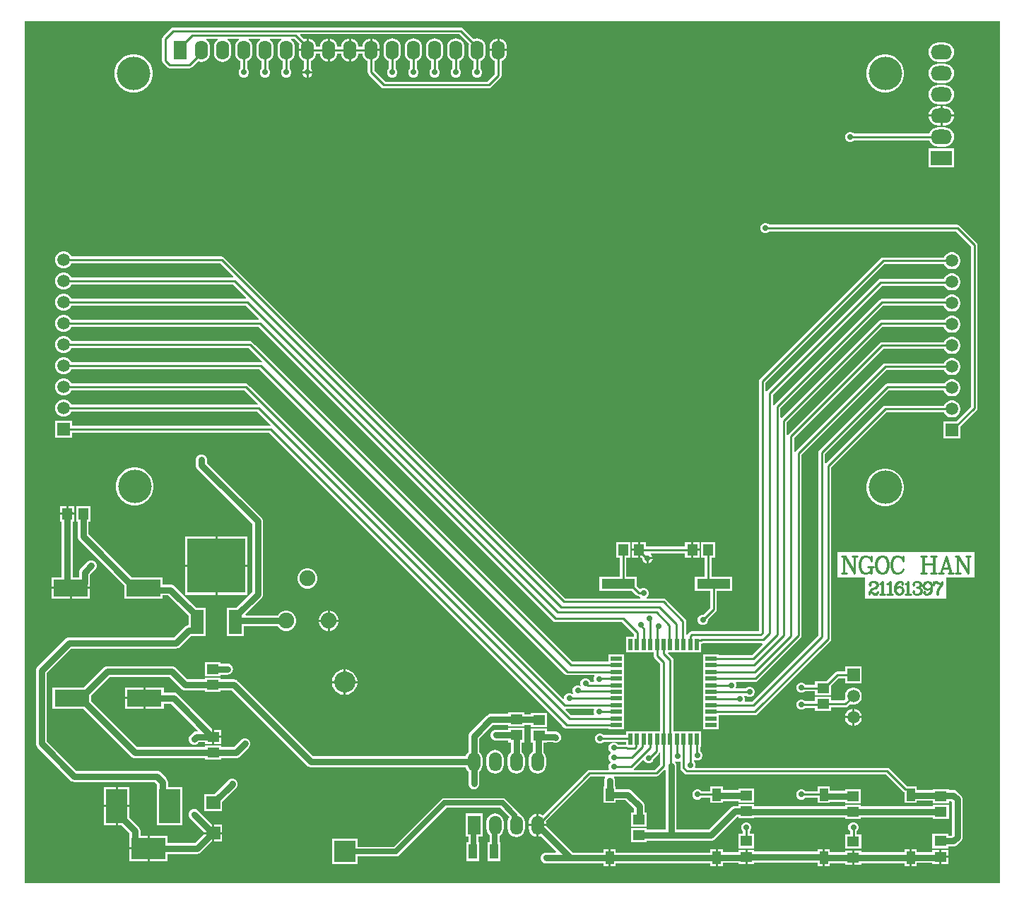
<source format=gtl>
G04*
G04 #@! TF.GenerationSoftware,Altium Limited,Altium Designer,21.0.8 (223)*
G04*
G04 Layer_Physical_Order=1*
G04 Layer_Color=255*
%FSTAX24Y24*%
%MOIN*%
G70*
G04*
G04 #@! TF.SameCoordinates,3F40436D-0E53-4E97-8F6E-D988C466AF24*
G04*
G04*
G04 #@! TF.FilePolarity,Positive*
G04*
G01*
G75*
%ADD12C,0.0098*%
%ADD14C,0.0100*%
%ADD20R,0.0394X0.0591*%
%ADD21R,0.0551X0.0472*%
%ADD22R,0.0650X0.0600*%
%ADD23R,0.0530X0.0200*%
%ADD24R,0.0200X0.0530*%
%ADD25R,0.2756X0.2559*%
%ADD26R,0.0591X0.1122*%
%ADD27R,0.1614X0.0787*%
%ADD28R,0.0472X0.0551*%
%ADD29R,0.0394X0.0709*%
%ADD30R,0.1575X0.0472*%
%ADD55C,0.0114*%
%ADD56C,0.0250*%
%ADD57C,0.0315*%
%ADD58C,0.0598*%
%ADD59R,0.0598X0.0598*%
%ADD60C,0.0750*%
%ADD61C,0.1575*%
%ADD62O,0.0620X0.0900*%
%ADD63R,0.0620X0.0900*%
%ADD64R,0.1000X0.0700*%
%ADD65O,0.1000X0.0700*%
%ADD66R,0.1000X0.1000*%
%ADD67C,0.1000*%
%ADD68R,0.1600X0.1000*%
%ADD69R,0.1000X0.1600*%
%ADD70R,0.0600X0.0900*%
%ADD71O,0.0600X0.0900*%
%ADD72C,0.0276*%
G36*
X0631Y01D02*
X0171D01*
Y0507D01*
X0631D01*
Y01D01*
D02*
G37*
%LPC*%
G36*
X0334Y049897D02*
X033343Y049889D01*
X033243Y049848D01*
X033158Y049782D01*
X033092Y049697D01*
X033051Y049597D01*
X033039Y04951D01*
X032861D01*
X032849Y049597D01*
X032808Y049697D01*
X032742Y049782D01*
X032657Y049848D01*
X032557Y049889D01*
X0325Y049897D01*
Y04935D01*
Y048803D01*
X032557Y048811D01*
X032657Y048852D01*
X032742Y048918D01*
X032808Y049003D01*
X032849Y049103D01*
X032861Y04919D01*
X033039D01*
X033051Y049103D01*
X033092Y049003D01*
X033158Y048918D01*
X033243Y048852D01*
X03329Y048833D01*
Y0483D01*
X033302Y048239D01*
X033337Y048187D01*
X033937Y047587D01*
X033989Y047552D01*
X03405Y04754D01*
X039D01*
X039061Y047552D01*
X039113Y047587D01*
X039563Y048037D01*
X039598Y048089D01*
X03961Y04815D01*
Y048833D01*
X039657Y048852D01*
X039742Y048918D01*
X039808Y049003D01*
X039849Y049103D01*
X039864Y04921D01*
Y0493D01*
X039036D01*
Y04921D01*
X039051Y049103D01*
X039092Y049003D01*
X039158Y048918D01*
X039243Y048852D01*
X03929Y048833D01*
Y048216D01*
X038934Y04786D01*
X034116D01*
X03361Y048366D01*
Y048833D01*
X033657Y048852D01*
X033742Y048918D01*
X033808Y049003D01*
X033849Y049103D01*
X033864Y04921D01*
Y0493D01*
X03345D01*
Y04935D01*
X0334D01*
Y049897D01*
D02*
G37*
G36*
X0324D02*
X032343Y049889D01*
X032243Y049848D01*
X032158Y049782D01*
X032092Y049697D01*
X032051Y049597D01*
X032039Y04951D01*
X031861D01*
X031849Y049597D01*
X031808Y049697D01*
X031742Y049782D01*
X031657Y049848D01*
X031557Y049889D01*
X0315Y049897D01*
Y04935D01*
Y048803D01*
X031557Y048811D01*
X031657Y048852D01*
X031742Y048918D01*
X031808Y049003D01*
X031849Y049103D01*
X031861Y04919D01*
X032039D01*
X032051Y049103D01*
X032092Y049003D01*
X032158Y048918D01*
X032243Y048852D01*
X032343Y048811D01*
X0324Y048803D01*
Y04935D01*
Y049897D01*
D02*
G37*
G36*
X0314D02*
X031343Y049889D01*
X031243Y049848D01*
X031158Y049782D01*
X031092Y049697D01*
X031051Y049597D01*
X031039Y04951D01*
X030861D01*
X030849Y049597D01*
X030808Y049697D01*
X030742Y049782D01*
X030657Y049848D01*
X030557Y049889D01*
X0305Y049897D01*
Y04935D01*
X03045D01*
Y0493D01*
X030036D01*
Y04921D01*
X030051Y049103D01*
X030092Y049003D01*
X030158Y048918D01*
X030243Y048852D01*
X03029Y048833D01*
Y048476D01*
X030248Y048435D01*
X030213Y04835D01*
X030687D01*
X030652Y048435D01*
X03061Y048476D01*
Y048833D01*
X030657Y048852D01*
X030742Y048918D01*
X030808Y049003D01*
X030849Y049103D01*
X030861Y04919D01*
X031039D01*
X031051Y049103D01*
X031092Y049003D01*
X031158Y048918D01*
X031243Y048852D01*
X031343Y048811D01*
X0314Y048803D01*
Y04935D01*
Y049897D01*
D02*
G37*
G36*
X0395D02*
Y0494D01*
X039864D01*
Y04949D01*
X039849Y049597D01*
X039808Y049697D01*
X039742Y049782D01*
X039657Y049848D01*
X039557Y049889D01*
X0395Y049897D01*
D02*
G37*
G36*
X0394D02*
X039343Y049889D01*
X039243Y049848D01*
X039158Y049782D01*
X039092Y049697D01*
X039051Y049597D01*
X039036Y04949D01*
Y0494D01*
X0394D01*
Y049897D01*
D02*
G37*
G36*
X0335D02*
Y0494D01*
X033864D01*
Y04949D01*
X033849Y049597D01*
X033808Y049697D01*
X033742Y049782D01*
X033657Y049848D01*
X033557Y049889D01*
X0335Y049897D01*
D02*
G37*
G36*
X0605Y049704D02*
X0602D01*
X060083Y049688D01*
X059973Y049643D01*
X059879Y049571D01*
X059807Y049477D01*
X059762Y049367D01*
X059746Y04925D01*
X059762Y049133D01*
X059807Y049023D01*
X059879Y048929D01*
X059973Y048857D01*
X060083Y048812D01*
X0602Y048796D01*
X0605D01*
X060617Y048812D01*
X060727Y048857D01*
X060821Y048929D01*
X060893Y049023D01*
X060938Y049133D01*
X060954Y04925D01*
X060938Y049367D01*
X060893Y049477D01*
X060821Y049571D01*
X060727Y049643D01*
X060617Y049688D01*
X0605Y049704D01*
D02*
G37*
G36*
X030687Y04825D02*
X0305D01*
Y048063D01*
X030585Y048098D01*
X030652Y048165D01*
X030687Y04825D01*
D02*
G37*
G36*
X0304D02*
X030213D01*
X030248Y048165D01*
X030315Y048098D01*
X0304Y048063D01*
Y04825D01*
D02*
G37*
G36*
X037676Y050424D02*
X024131D01*
X02407Y050412D01*
X024018Y050377D01*
X023637Y049996D01*
X023602Y049944D01*
X02359Y049883D01*
Y04885D01*
X023602Y048789D01*
X023637Y048737D01*
X023837Y048537D01*
X023889Y048502D01*
X02395Y04849D01*
X02489D01*
X024951Y048502D01*
X025003Y048537D01*
X025296Y04883D01*
X025343Y048811D01*
X02545Y048796D01*
X025557Y048811D01*
X025657Y048852D01*
X025742Y048918D01*
X025808Y049003D01*
X025849Y049103D01*
X025864Y04921D01*
Y04949D01*
X025849Y049597D01*
X025808Y049697D01*
X025742Y049782D01*
X025668Y04984D01*
X025679Y049887D01*
X02568Y04989D01*
X02622D01*
X026221Y049887D01*
X026232Y04984D01*
X026158Y049782D01*
X026092Y049697D01*
X026051Y049597D01*
X026036Y04949D01*
Y04921D01*
X026051Y049103D01*
X026092Y049003D01*
X026158Y048918D01*
X026243Y048852D01*
X026343Y048811D01*
X02645Y048796D01*
X026557Y048811D01*
X026657Y048852D01*
X026742Y048918D01*
X026808Y049003D01*
X026849Y049103D01*
X026864Y04921D01*
Y04949D01*
X026849Y049597D01*
X026808Y049697D01*
X026742Y049782D01*
X026668Y04984D01*
X026679Y049887D01*
X02668Y04989D01*
X02722D01*
X027221Y049887D01*
X027232Y04984D01*
X027158Y049782D01*
X027092Y049697D01*
X027051Y049597D01*
X027036Y04949D01*
Y04921D01*
X027051Y049103D01*
X027092Y049003D01*
X027158Y048918D01*
X027243Y048852D01*
X02729Y048833D01*
Y048476D01*
X027248Y048435D01*
X027212Y048347D01*
Y048253D01*
X027248Y048165D01*
X027315Y048098D01*
X027403Y048062D01*
X027497D01*
X027585Y048098D01*
X027652Y048165D01*
X027688Y048253D01*
Y048347D01*
X027652Y048435D01*
X02761Y048476D01*
Y048833D01*
X027657Y048852D01*
X027742Y048918D01*
X027808Y049003D01*
X027849Y049103D01*
X027864Y04921D01*
Y04949D01*
X027849Y049597D01*
X027808Y049697D01*
X027742Y049782D01*
X027668Y04984D01*
X027679Y049887D01*
X02768Y04989D01*
X02822D01*
X028221Y049887D01*
X028232Y04984D01*
X028158Y049782D01*
X028092Y049697D01*
X028051Y049597D01*
X028036Y04949D01*
Y04921D01*
X028051Y049103D01*
X028092Y049003D01*
X028158Y048918D01*
X028243Y048852D01*
X02829Y048833D01*
Y048476D01*
X028248Y048435D01*
X028212Y048347D01*
Y048253D01*
X028248Y048165D01*
X028315Y048098D01*
X028403Y048062D01*
X028497D01*
X028585Y048098D01*
X028652Y048165D01*
X028688Y048253D01*
Y048347D01*
X028652Y048435D01*
X02861Y048476D01*
Y048833D01*
X028657Y048852D01*
X028742Y048918D01*
X028808Y049003D01*
X028849Y049103D01*
X028864Y04921D01*
Y04949D01*
X028849Y049597D01*
X028808Y049697D01*
X028742Y049782D01*
X028668Y04984D01*
X028679Y049887D01*
X02868Y04989D01*
X02922D01*
X029221Y049887D01*
X029232Y04984D01*
X029158Y049782D01*
X029092Y049697D01*
X029051Y049597D01*
X029036Y04949D01*
Y04921D01*
X029051Y049103D01*
X029092Y049003D01*
X029158Y048918D01*
X029243Y048852D01*
X02929Y048833D01*
Y048476D01*
X029248Y048435D01*
X029212Y048347D01*
Y048253D01*
X029248Y048165D01*
X029315Y048098D01*
X029403Y048062D01*
X029497D01*
X029585Y048098D01*
X029652Y048165D01*
X029688Y048253D01*
Y048347D01*
X029652Y048435D01*
X02961Y048476D01*
Y048833D01*
X029657Y048852D01*
X029742Y048918D01*
X029808Y049003D01*
X029849Y049103D01*
X029864Y04921D01*
Y04949D01*
X029849Y049597D01*
X029808Y049697D01*
X029742Y049782D01*
X029668Y04984D01*
X029679Y049887D01*
X02968Y04989D01*
X029824D01*
X03007Y049644D01*
X030051Y049597D01*
X030036Y04949D01*
Y0494D01*
X0304D01*
Y049897D01*
X030343Y049889D01*
X030296Y04987D01*
X030109Y050058D01*
X030128Y050104D01*
X037609D01*
X03807Y049644D01*
X038051Y049597D01*
X038036Y04949D01*
Y04921D01*
X038051Y049103D01*
X038092Y049003D01*
X038158Y048918D01*
X038243Y048852D01*
X03829Y048833D01*
Y048476D01*
X038248Y048435D01*
X038212Y048347D01*
Y048253D01*
X038248Y048165D01*
X038315Y048098D01*
X038403Y048062D01*
X038497D01*
X038585Y048098D01*
X038652Y048165D01*
X038688Y048253D01*
Y048347D01*
X038652Y048435D01*
X03861Y048476D01*
Y048833D01*
X038657Y048852D01*
X038742Y048918D01*
X038808Y049003D01*
X038849Y049103D01*
X038864Y04921D01*
Y04949D01*
X038849Y049597D01*
X038808Y049697D01*
X038742Y049782D01*
X038657Y049848D01*
X038557Y049889D01*
X03845Y049904D01*
X038343Y049889D01*
X038296Y04987D01*
X037789Y050377D01*
X037737Y050412D01*
X037676Y050424D01*
D02*
G37*
G36*
X03745Y049904D02*
X037343Y049889D01*
X037243Y049848D01*
X037158Y049782D01*
X037092Y049697D01*
X037051Y049597D01*
X037036Y04949D01*
Y04921D01*
X037051Y049103D01*
X037092Y049003D01*
X037158Y048918D01*
X037243Y048852D01*
X03729Y048833D01*
Y048476D01*
X037248Y048435D01*
X037212Y048347D01*
Y048253D01*
X037248Y048165D01*
X037315Y048098D01*
X037403Y048062D01*
X037497D01*
X037585Y048098D01*
X037652Y048165D01*
X037688Y048253D01*
Y048347D01*
X037652Y048435D01*
X03761Y048476D01*
Y048833D01*
X037657Y048852D01*
X037742Y048918D01*
X037808Y049003D01*
X037849Y049103D01*
X037864Y04921D01*
Y04949D01*
X037849Y049597D01*
X037808Y049697D01*
X037742Y049782D01*
X037657Y049848D01*
X037557Y049889D01*
X03745Y049904D01*
D02*
G37*
G36*
X03645D02*
X036343Y049889D01*
X036243Y049848D01*
X036158Y049782D01*
X036092Y049697D01*
X036051Y049597D01*
X036036Y04949D01*
Y04921D01*
X036051Y049103D01*
X036092Y049003D01*
X036158Y048918D01*
X036243Y048852D01*
X03629Y048833D01*
Y048476D01*
X036248Y048435D01*
X036212Y048347D01*
Y048253D01*
X036248Y048165D01*
X036315Y048098D01*
X036403Y048062D01*
X036497D01*
X036585Y048098D01*
X036652Y048165D01*
X036688Y048253D01*
Y048347D01*
X036652Y048435D01*
X03661Y048476D01*
Y048833D01*
X036657Y048852D01*
X036742Y048918D01*
X036808Y049003D01*
X036849Y049103D01*
X036864Y04921D01*
Y04949D01*
X036849Y049597D01*
X036808Y049697D01*
X036742Y049782D01*
X036657Y049848D01*
X036557Y049889D01*
X03645Y049904D01*
D02*
G37*
G36*
X03545D02*
X035343Y049889D01*
X035243Y049848D01*
X035158Y049782D01*
X035092Y049697D01*
X035051Y049597D01*
X035036Y04949D01*
Y04921D01*
X035051Y049103D01*
X035092Y049003D01*
X035158Y048918D01*
X035243Y048852D01*
X03529Y048833D01*
Y048476D01*
X035248Y048435D01*
X035212Y048347D01*
Y048253D01*
X035248Y048165D01*
X035315Y048098D01*
X035403Y048062D01*
X035497D01*
X035585Y048098D01*
X035652Y048165D01*
X035688Y048253D01*
Y048347D01*
X035652Y048435D01*
X03561Y048476D01*
Y048833D01*
X035657Y048852D01*
X035742Y048918D01*
X035808Y049003D01*
X035849Y049103D01*
X035864Y04921D01*
Y04949D01*
X035849Y049597D01*
X035808Y049697D01*
X035742Y049782D01*
X035657Y049848D01*
X035557Y049889D01*
X03545Y049904D01*
D02*
G37*
G36*
X03445D02*
X034343Y049889D01*
X034243Y049848D01*
X034158Y049782D01*
X034092Y049697D01*
X034051Y049597D01*
X034036Y04949D01*
Y04921D01*
X034051Y049103D01*
X034092Y049003D01*
X034158Y048918D01*
X034243Y048852D01*
X03429Y048833D01*
Y048476D01*
X034248Y048435D01*
X034212Y048347D01*
Y048253D01*
X034248Y048165D01*
X034315Y048098D01*
X034403Y048062D01*
X034497D01*
X034585Y048098D01*
X034652Y048165D01*
X034688Y048253D01*
Y048347D01*
X034652Y048435D01*
X03461Y048476D01*
Y048833D01*
X034657Y048852D01*
X034742Y048918D01*
X034808Y049003D01*
X034849Y049103D01*
X034864Y04921D01*
Y04949D01*
X034849Y049597D01*
X034808Y049697D01*
X034742Y049782D01*
X034657Y049848D01*
X034557Y049889D01*
X03445Y049904D01*
D02*
G37*
G36*
X0605Y048704D02*
X0602D01*
X060083Y048688D01*
X059973Y048643D01*
X059879Y048571D01*
X059807Y048477D01*
X059762Y048367D01*
X059746Y04825D01*
X059762Y048133D01*
X059807Y048023D01*
X059879Y047929D01*
X059973Y047857D01*
X060083Y047812D01*
X0602Y047796D01*
X0605D01*
X060617Y047812D01*
X060727Y047857D01*
X060821Y047929D01*
X060893Y048023D01*
X060938Y048133D01*
X060954Y04825D01*
X060938Y048367D01*
X060893Y048477D01*
X060821Y048571D01*
X060727Y048643D01*
X060617Y048688D01*
X0605Y048704D01*
D02*
G37*
G36*
X057787Y049137D02*
X057613D01*
X057441Y049103D01*
X05728Y049036D01*
X057134Y048939D01*
X057011Y048816D01*
X056914Y04867D01*
X056847Y048509D01*
X056813Y048337D01*
Y048163D01*
X056847Y047991D01*
X056914Y04783D01*
X057011Y047684D01*
X057134Y047561D01*
X05728Y047464D01*
X057441Y047397D01*
X057613Y047363D01*
X057787D01*
X057959Y047397D01*
X05812Y047464D01*
X058266Y047561D01*
X058389Y047684D01*
X058486Y04783D01*
X058553Y047991D01*
X058587Y048163D01*
Y048337D01*
X058553Y048509D01*
X058486Y04867D01*
X058389Y048816D01*
X058266Y048939D01*
X05812Y049036D01*
X057959Y049103D01*
X057787Y049137D01*
D02*
G37*
G36*
X022337D02*
X022163D01*
X021991Y049103D01*
X02183Y049036D01*
X021684Y048939D01*
X021561Y048816D01*
X021464Y04867D01*
X021397Y048509D01*
X021363Y048337D01*
Y048163D01*
X021397Y047991D01*
X021464Y04783D01*
X021561Y047684D01*
X021684Y047561D01*
X02183Y047464D01*
X021991Y047397D01*
X022163Y047363D01*
X022337D01*
X022509Y047397D01*
X02267Y047464D01*
X022816Y047561D01*
X022939Y047684D01*
X023036Y04783D01*
X023103Y047991D01*
X023137Y048163D01*
Y048337D01*
X023103Y048509D01*
X023036Y04867D01*
X022939Y048816D01*
X022816Y048939D01*
X02267Y049036D01*
X022509Y049103D01*
X022337Y049137D01*
D02*
G37*
G36*
X0605Y047704D02*
X0602D01*
X060083Y047688D01*
X059973Y047643D01*
X059879Y047571D01*
X059807Y047477D01*
X059762Y047367D01*
X059746Y04725D01*
X059762Y047133D01*
X059807Y047023D01*
X059879Y046929D01*
X059973Y046857D01*
X060083Y046812D01*
X0602Y046796D01*
X0605D01*
X060617Y046812D01*
X060727Y046857D01*
X060821Y046929D01*
X060893Y047023D01*
X060938Y047133D01*
X060954Y04725D01*
X060938Y047367D01*
X060893Y047477D01*
X060821Y047571D01*
X060727Y047643D01*
X060617Y047688D01*
X0605Y047704D01*
D02*
G37*
G36*
Y046704D02*
X0604D01*
Y0463D01*
X060947D01*
X060938Y046367D01*
X060893Y046477D01*
X060821Y046571D01*
X060727Y046643D01*
X060617Y046688D01*
X0605Y046704D01*
D02*
G37*
G36*
X0603D02*
X0602D01*
X060083Y046688D01*
X059973Y046643D01*
X059879Y046571D01*
X059807Y046477D01*
X059762Y046367D01*
X059753Y0463D01*
X0603D01*
Y046704D01*
D02*
G37*
G36*
X060947Y0462D02*
X0604D01*
Y045796D01*
X0605D01*
X060617Y045812D01*
X060727Y045857D01*
X060821Y045929D01*
X060893Y046023D01*
X060938Y046133D01*
X060947Y0462D01*
D02*
G37*
G36*
X0603D02*
X059753D01*
X059762Y046133D01*
X059807Y046023D01*
X059879Y045929D01*
X059973Y045857D01*
X060083Y045812D01*
X0602Y045796D01*
X0603D01*
Y0462D01*
D02*
G37*
G36*
X0605Y045704D02*
X0602D01*
X060083Y045688D01*
X059973Y045643D01*
X059879Y045571D01*
X059807Y045477D01*
X059776Y045402D01*
X056234D01*
X056185Y045452D01*
X056097Y045488D01*
X056003D01*
X055915Y045452D01*
X055848Y045385D01*
X055812Y045297D01*
Y045203D01*
X055848Y045115D01*
X055915Y045048D01*
X056003Y045012D01*
X056097D01*
X056185Y045048D01*
X056234Y045098D01*
X059776D01*
X059807Y045023D01*
X059879Y044929D01*
X059973Y044857D01*
X060083Y044812D01*
X0602Y044796D01*
X0605D01*
X060617Y044812D01*
X060727Y044857D01*
X060821Y044929D01*
X060893Y045023D01*
X060938Y045133D01*
X060954Y04525D01*
X060938Y045367D01*
X060893Y045477D01*
X060821Y045571D01*
X060727Y045643D01*
X060617Y045688D01*
X0605Y045704D01*
D02*
G37*
G36*
X06095Y0447D02*
X05975D01*
Y0438D01*
X06095D01*
Y0447D01*
D02*
G37*
G36*
X019003Y039849D02*
X018897D01*
X018796Y039822D01*
X018705Y039769D01*
X018631Y039695D01*
X018578Y039604D01*
X018551Y039503D01*
Y039397D01*
X018578Y039296D01*
X018631Y039205D01*
X018705Y039131D01*
X018796Y039078D01*
X018897Y039051D01*
X019003D01*
X019104Y039078D01*
X019195Y039131D01*
X019269Y039205D01*
X019318Y03929D01*
X026334D01*
X026963Y03866D01*
X026943Y03861D01*
X019318D01*
X019269Y038695D01*
X019195Y038769D01*
X019104Y038822D01*
X019003Y038849D01*
X018897D01*
X018796Y038822D01*
X018705Y038769D01*
X018631Y038695D01*
X018578Y038604D01*
X018551Y038503D01*
Y038397D01*
X018578Y038296D01*
X018631Y038205D01*
X018705Y038131D01*
X018796Y038078D01*
X018897Y038051D01*
X019003D01*
X019104Y038078D01*
X019195Y038131D01*
X019269Y038205D01*
X019318Y03829D01*
X026934D01*
X027563Y03766D01*
X027543Y03761D01*
X019318D01*
X019269Y037695D01*
X019195Y037769D01*
X019104Y037822D01*
X019003Y037849D01*
X018897D01*
X018796Y037822D01*
X018705Y037769D01*
X018631Y037695D01*
X018578Y037604D01*
X018551Y037503D01*
Y037397D01*
X018578Y037296D01*
X018631Y037205D01*
X018705Y037131D01*
X018796Y037078D01*
X018897Y037051D01*
X019003D01*
X019104Y037078D01*
X019195Y037131D01*
X019269Y037205D01*
X019318Y03729D01*
X027534D01*
X028163Y03666D01*
X028143Y03661D01*
X019318D01*
X019269Y036695D01*
X019195Y036769D01*
X019104Y036822D01*
X019003Y036849D01*
X018897D01*
X018796Y036822D01*
X018705Y036769D01*
X018631Y036695D01*
X018578Y036604D01*
X018551Y036503D01*
Y036397D01*
X018578Y036296D01*
X018631Y036205D01*
X018705Y036131D01*
X018796Y036078D01*
X018897Y036051D01*
X019003D01*
X019104Y036078D01*
X019195Y036131D01*
X019269Y036205D01*
X019318Y03629D01*
X028134D01*
X042037Y022387D01*
X042089Y022352D01*
X04215Y02234D01*
X045284D01*
X04584Y021784D01*
Y02165D01*
X045475D01*
Y02092D01*
X046782D01*
Y020765D01*
X046794Y020706D01*
X046827Y020657D01*
X047097Y020387D01*
Y01718D01*
X045475D01*
Y01701D01*
X044426D01*
X044385Y017052D01*
X044297Y017088D01*
X044203D01*
X044115Y017052D01*
X044048Y016985D01*
X044012Y016897D01*
Y016803D01*
X044048Y016715D01*
X044115Y016648D01*
X044203Y016612D01*
X044297D01*
X044385Y016648D01*
X044426Y01669D01*
X045475D01*
Y01656D01*
X045076D01*
X045035Y016602D01*
X044947Y016638D01*
X044853D01*
X044765Y016602D01*
X044698Y016535D01*
X044662Y016447D01*
Y016353D01*
X044698Y016265D01*
X04476Y016204D01*
X044763Y016175D01*
X04476Y016146D01*
X044698Y016085D01*
X044662Y015997D01*
Y015903D01*
X044698Y015815D01*
X04476Y015754D01*
X044763Y015725D01*
X04476Y015696D01*
X044698Y015635D01*
X044662Y015547D01*
Y015453D01*
X044678Y015415D01*
X044644Y015365D01*
X043762D01*
X043704Y015353D01*
X043654Y01532D01*
X041548Y013214D01*
X041502Y013249D01*
X041404Y01329D01*
X04135Y013297D01*
Y0128D01*
X041703D01*
Y0129D01*
X041699Y012933D01*
X043826Y015059D01*
X044473D01*
X044498Y015009D01*
X044475Y01498D01*
X044449Y014917D01*
X04444Y01485D01*
Y014591D01*
X044403D01*
Y013801D01*
X044997D01*
Y013936D01*
X045446D01*
X04584Y013542D01*
Y013359D01*
X0457D01*
Y012686D01*
X046452D01*
Y013359D01*
X04636D01*
Y01365D01*
X046351Y013717D01*
X046325Y01378D01*
X046284Y013834D01*
X045738Y01438D01*
X045684Y014421D01*
X045621Y014447D01*
X045554Y014456D01*
X044997D01*
Y014591D01*
X04496D01*
Y01485D01*
X044951Y014917D01*
X044925Y01498D01*
X044902Y015009D01*
X044927Y015059D01*
X046912D01*
X046971Y015071D01*
X04702Y015104D01*
X047294Y015378D01*
X04734Y015359D01*
Y012534D01*
X046452D01*
Y01261D01*
X0457D01*
Y011938D01*
X046452D01*
Y012015D01*
X049474D01*
X049541Y012023D01*
X049604Y012049D01*
X049658Y012091D01*
X050708Y01314D01*
X050774D01*
Y013066D01*
X051526D01*
Y013128D01*
X0558D01*
Y013038D01*
X056552D01*
Y013115D01*
X05995D01*
Y013038D01*
X060702D01*
Y01371D01*
X05995D01*
Y013634D01*
X056552D01*
Y01371D01*
X0558D01*
Y013648D01*
X051526D01*
Y013738D01*
X050774D01*
Y01366D01*
X0506D01*
X050533Y013651D01*
X05047Y013625D01*
X050416Y013584D01*
X049367Y012534D01*
X04786D01*
Y01555D01*
X047851Y015617D01*
X047825Y01568D01*
X047784Y015734D01*
X047775Y01574D01*
X047776Y015744D01*
X047837Y015773D01*
X047862Y015762D01*
X047957D01*
X047994Y015778D01*
X048045Y015744D01*
Y015453D01*
X048056Y015394D01*
X048089Y015344D01*
X048242Y015192D01*
X048291Y015159D01*
X04835Y015147D01*
X057733D01*
X058547Y014333D01*
X058596Y0143D01*
X058603Y014299D01*
Y013801D01*
X059197D01*
Y013899D01*
X05995D01*
Y013786D01*
X060702D01*
Y01389D01*
X060808D01*
X06084Y013858D01*
Y012292D01*
X060808Y01226D01*
X060676D01*
Y012336D01*
X059924D01*
Y011664D01*
X060676D01*
Y01174D01*
X060915D01*
X060983Y011749D01*
X061045Y011775D01*
X061099Y011816D01*
X061284Y012001D01*
X061325Y012055D01*
X061351Y012117D01*
X06136Y012184D01*
Y013966D01*
X061351Y014033D01*
X061325Y014095D01*
X061284Y014149D01*
X061099Y014334D01*
X061045Y014375D01*
X060983Y014401D01*
X060915Y01441D01*
X060702D01*
Y014459D01*
X05995D01*
Y014419D01*
X059197D01*
Y014591D01*
X058768D01*
X058753Y014594D01*
X058718D01*
X057904Y015408D01*
X057855Y015441D01*
X057796Y015453D01*
X04876D01*
X048727Y015503D01*
X048746Y015548D01*
Y015643D01*
X04871Y01573D01*
X048669Y015771D01*
Y015829D01*
X048715Y015848D01*
X048715Y015848D01*
X048803Y015812D01*
X048897D01*
X048985Y015848D01*
X049052Y015915D01*
X049088Y016003D01*
Y016097D01*
X049052Y016185D01*
X048985Y016251D01*
Y01645D01*
X049025D01*
Y01718D01*
X047718D01*
Y020535D01*
X047706Y020594D01*
X047673Y020643D01*
X047446Y02087D01*
X047467Y02092D01*
X049025D01*
Y021316D01*
X049076Y021326D01*
X049096Y02134D01*
X051893D01*
X051913Y02129D01*
X051408Y020785D01*
X04985D01*
Y020825D01*
X04912D01*
Y020425D01*
Y02011D01*
Y019795D01*
Y01948D01*
Y019165D01*
Y01885D01*
Y018535D01*
Y01822D01*
Y017905D01*
Y01759D01*
Y017275D01*
X04985D01*
Y01759D01*
Y017945D01*
X051555D01*
X051616Y017957D01*
X051668Y017992D01*
X055113Y021437D01*
X055148Y021489D01*
X05516Y02155D01*
Y029634D01*
X057766Y03224D01*
X060482D01*
X060531Y032155D01*
X060605Y032081D01*
X060696Y032028D01*
X060797Y032001D01*
X060903D01*
X061004Y032028D01*
X061095Y032081D01*
X061169Y032155D01*
X061222Y032246D01*
X061249Y032347D01*
Y032453D01*
X061222Y032554D01*
X061169Y032645D01*
X061095Y032719D01*
X061004Y032772D01*
X060903Y032799D01*
X060797D01*
X060696Y032772D01*
X060605Y032719D01*
X060531Y032645D01*
X060482Y03256D01*
X0577D01*
X057639Y032548D01*
X057587Y032513D01*
X05491Y029837D01*
X05486Y029857D01*
Y030284D01*
X057866Y03329D01*
X060466D01*
X060478Y033246D01*
X060531Y033155D01*
X060605Y033081D01*
X060696Y033028D01*
X060797Y033001D01*
X060903D01*
X061004Y033028D01*
X061095Y033081D01*
X061169Y033155D01*
X061222Y033246D01*
X061249Y033347D01*
Y033453D01*
X061222Y033554D01*
X061169Y033645D01*
X061095Y033719D01*
X061004Y033772D01*
X060903Y033799D01*
X060797D01*
X060696Y033772D01*
X060605Y033719D01*
X060531Y033645D01*
X06051Y03361D01*
X0578D01*
X057739Y033598D01*
X057687Y033563D01*
X054587Y030463D01*
X054552Y030411D01*
X05454Y03035D01*
Y021716D01*
X051404Y01858D01*
X051106D01*
X051072Y01863D01*
X051088Y018668D01*
Y018762D01*
X051056Y01884D01*
X051077Y01889D01*
X051124D01*
X051165Y018848D01*
X051253Y018812D01*
X051347D01*
X051435Y018848D01*
X051502Y018915D01*
X051538Y019003D01*
Y019097D01*
X051502Y019185D01*
X051435Y019252D01*
X051347Y019288D01*
X051253D01*
X051165Y019252D01*
X051124Y01921D01*
X050682D01*
X050649Y01926D01*
X050673Y019318D01*
Y019412D01*
X050649Y01947D01*
X050682Y01952D01*
X05158D01*
X051641Y019532D01*
X051693Y019567D01*
X053713Y021587D01*
X053748Y021639D01*
X05376Y0217D01*
Y030234D01*
X057766Y03424D01*
X060482D01*
X060531Y034155D01*
X060605Y034081D01*
X060696Y034028D01*
X060797Y034001D01*
X060903D01*
X061004Y034028D01*
X061095Y034081D01*
X061169Y034155D01*
X061222Y034246D01*
X061249Y034347D01*
Y034453D01*
X061222Y034554D01*
X061169Y034645D01*
X061095Y034719D01*
X061004Y034772D01*
X060903Y034799D01*
X060797D01*
X060696Y034772D01*
X060605Y034719D01*
X060531Y034645D01*
X060482Y03456D01*
X0577D01*
X057639Y034548D01*
X057587Y034513D01*
X053487Y030413D01*
X05346Y030373D01*
X05341Y030388D01*
Y031034D01*
X057619Y035243D01*
X06048D01*
X060531Y035155D01*
X060605Y035081D01*
X060696Y035028D01*
X060797Y035001D01*
X060903D01*
X061004Y035028D01*
X061095Y035081D01*
X061169Y035155D01*
X061222Y035246D01*
X061249Y035347D01*
Y035453D01*
X061222Y035554D01*
X061169Y035645D01*
X061095Y035719D01*
X061004Y035772D01*
X060903Y035799D01*
X060797D01*
X060696Y035772D01*
X060605Y035719D01*
X060531Y035645D01*
X060483Y035563D01*
X057553D01*
X057491Y035551D01*
X057439Y035516D01*
X053137Y031213D01*
X05311Y031173D01*
X05306Y031188D01*
Y031784D01*
X057566Y03629D01*
X060466D01*
X060478Y036246D01*
X060531Y036155D01*
X060605Y036081D01*
X060696Y036028D01*
X060797Y036001D01*
X060903D01*
X061004Y036028D01*
X061095Y036081D01*
X061169Y036155D01*
X061222Y036246D01*
X061249Y036347D01*
Y036453D01*
X061222Y036554D01*
X061169Y036645D01*
X061095Y036719D01*
X061004Y036772D01*
X060903Y036799D01*
X060797D01*
X060696Y036772D01*
X060605Y036719D01*
X060531Y036645D01*
X06051Y03661D01*
X0575D01*
X057439Y036598D01*
X057387Y036563D01*
X05281Y031987D01*
X05276Y032007D01*
Y032434D01*
X057616Y03729D01*
X060466D01*
X060478Y037246D01*
X060531Y037155D01*
X060605Y037081D01*
X060696Y037028D01*
X060797Y037001D01*
X060903D01*
X061004Y037028D01*
X061095Y037081D01*
X061169Y037155D01*
X061222Y037246D01*
X061249Y037347D01*
Y037453D01*
X061222Y037554D01*
X061169Y037645D01*
X061095Y037719D01*
X061004Y037772D01*
X060903Y037799D01*
X060797D01*
X060696Y037772D01*
X060605Y037719D01*
X060531Y037645D01*
X06051Y03761D01*
X05755D01*
X057489Y037598D01*
X057437Y037563D01*
X052487Y032613D01*
X05246Y032573D01*
X05241Y032588D01*
Y033094D01*
X057547Y038231D01*
X060487D01*
X060531Y038155D01*
X060605Y038081D01*
X060696Y038028D01*
X060797Y038001D01*
X060903D01*
X061004Y038028D01*
X061095Y038081D01*
X061169Y038155D01*
X061222Y038246D01*
X061249Y038347D01*
Y038453D01*
X061222Y038554D01*
X061169Y038645D01*
X061095Y038719D01*
X061004Y038772D01*
X060903Y038799D01*
X060797D01*
X060696Y038772D01*
X060605Y038719D01*
X060531Y038645D01*
X060478Y038554D01*
X060477Y038551D01*
X057481D01*
X057419Y038539D01*
X057367Y038504D01*
X052137Y033274D01*
X05211Y033234D01*
X05206Y033248D01*
Y033634D01*
X057666Y03924D01*
X060482D01*
X060531Y039155D01*
X060605Y039081D01*
X060696Y039028D01*
X060797Y039001D01*
X060903D01*
X061004Y039028D01*
X061095Y039081D01*
X061169Y039155D01*
X061222Y039246D01*
X061249Y039347D01*
Y039453D01*
X061222Y039554D01*
X061169Y039645D01*
X061095Y039719D01*
X061004Y039772D01*
X060903Y039799D01*
X060797D01*
X060696Y039772D01*
X060605Y039719D01*
X060531Y039645D01*
X060482Y03956D01*
X0576D01*
X057539Y039548D01*
X057487Y039513D01*
X051787Y033813D01*
X051752Y033761D01*
X05174Y0337D01*
Y02191D01*
X048577D01*
X048515Y021898D01*
X048463Y021863D01*
X048397Y021796D01*
X048362Y021744D01*
X048312Y021751D01*
Y022398D01*
X0483Y022459D01*
X048265Y022511D01*
X047363Y023413D01*
X047311Y023448D01*
X04725Y02346D01*
X046463D01*
X046446Y02351D01*
X046502Y023565D01*
X046538Y023653D01*
Y023747D01*
X046502Y023835D01*
X046435Y023902D01*
X046347Y023938D01*
X046253D01*
X046165Y023902D01*
X046155Y023891D01*
X046137D01*
X045987Y02404D01*
Y024486D01*
X045499D01*
Y025377D01*
X045683D01*
Y026128D01*
X04501D01*
Y025377D01*
X045194D01*
Y024486D01*
X044213D01*
Y023814D01*
X045761D01*
X045957Y023618D01*
X046009Y023583D01*
X04607Y023571D01*
X046096D01*
X046098Y023565D01*
X046154Y02351D01*
X046137Y02346D01*
X042616D01*
X026513Y039563D01*
X026461Y039598D01*
X0264Y03961D01*
X019318D01*
X019269Y039695D01*
X019195Y039769D01*
X019104Y039822D01*
X019003Y039849D01*
D02*
G37*
G36*
Y035849D02*
X018897D01*
X018796Y035822D01*
X018705Y035769D01*
X018631Y035695D01*
X018578Y035604D01*
X018551Y035503D01*
Y035397D01*
X018578Y035296D01*
X018631Y035205D01*
X018705Y035131D01*
X018796Y035078D01*
X018897Y035051D01*
X019003D01*
X019104Y035078D01*
X019195Y035131D01*
X019269Y035205D01*
X019318Y03529D01*
X027684D01*
X028333Y034641D01*
X028322Y03462D01*
X028303Y0346D01*
X02825Y03461D01*
X019318D01*
X019269Y034695D01*
X019195Y034769D01*
X019104Y034822D01*
X019003Y034849D01*
X018897D01*
X018796Y034822D01*
X018705Y034769D01*
X018631Y034695D01*
X018578Y034604D01*
X018551Y034503D01*
Y034397D01*
X018578Y034296D01*
X018631Y034205D01*
X018705Y034131D01*
X018796Y034078D01*
X018897Y034051D01*
X019003D01*
X019104Y034078D01*
X019195Y034131D01*
X019269Y034205D01*
X019318Y03429D01*
X028184D01*
X042592Y019882D01*
X042644Y019847D01*
X042705Y019835D01*
X043978D01*
X043996Y019785D01*
X043962Y019702D01*
Y019608D01*
X043978Y01957D01*
X043944Y01952D01*
X043788D01*
X043769Y019568D01*
X043702Y019634D01*
X043614Y019671D01*
X04352D01*
X043432Y019634D01*
X043366Y019568D01*
X043329Y01948D01*
Y019386D01*
X043343Y019352D01*
X043305Y019314D01*
X043247Y019338D01*
X043153D01*
X043065Y019302D01*
X042998Y019235D01*
X042962Y019147D01*
Y019053D01*
X042988Y01899D01*
X042965Y018937D01*
X042961Y018934D01*
X042954Y018932D01*
X042935Y018952D01*
X042847Y018988D01*
X042753D01*
X042665Y018952D01*
X042598Y018885D01*
X042562Y018797D01*
Y018735D01*
X042512Y018714D01*
X027663Y033563D01*
X027611Y033598D01*
X02755Y03361D01*
X019318D01*
X019269Y033695D01*
X019195Y033769D01*
X019104Y033822D01*
X019003Y033849D01*
X018897D01*
X018796Y033822D01*
X018705Y033769D01*
X018631Y033695D01*
X018578Y033604D01*
X018551Y033503D01*
Y033397D01*
X018578Y033296D01*
X018631Y033205D01*
X018705Y033131D01*
X018796Y033078D01*
X018897Y033051D01*
X019003D01*
X019104Y033078D01*
X019195Y033131D01*
X019269Y033205D01*
X019318Y03329D01*
X027484D01*
X028113Y03266D01*
X028093Y03261D01*
X019318D01*
X019269Y032695D01*
X019195Y032769D01*
X019104Y032822D01*
X019003Y032849D01*
X018897D01*
X018796Y032822D01*
X018705Y032769D01*
X018631Y032695D01*
X018578Y032604D01*
X018551Y032503D01*
Y032397D01*
X018578Y032296D01*
X018631Y032205D01*
X018705Y032131D01*
X018796Y032078D01*
X018897Y032051D01*
X019003D01*
X019104Y032078D01*
X019195Y032131D01*
X019269Y032205D01*
X019318Y03229D01*
X028084D01*
X028715Y031658D01*
X028706Y031628D01*
X028693Y03161D01*
X019349D01*
Y031849D01*
X018551D01*
Y031051D01*
X019349D01*
Y03129D01*
X028634D01*
X042562Y017362D01*
X042614Y017327D01*
X042675Y017315D01*
X04465D01*
Y017275D01*
X04538D01*
Y01759D01*
Y017905D01*
Y01822D01*
Y018535D01*
Y01885D01*
Y019165D01*
Y01948D01*
Y019795D01*
Y02011D01*
Y020425D01*
Y020825D01*
X04465D01*
Y02047D01*
X042957D01*
X027863Y035563D01*
X027811Y035598D01*
X02775Y03561D01*
X019318D01*
X019269Y035695D01*
X019195Y035769D01*
X019104Y035822D01*
X019003Y035849D01*
D02*
G37*
G36*
X052097Y041188D02*
X052003D01*
X051915Y041152D01*
X051848Y041085D01*
X051812Y040997D01*
Y040903D01*
X051848Y040815D01*
X051915Y040748D01*
X052003Y040712D01*
X052097D01*
X052185Y040748D01*
X052234Y040798D01*
X061037D01*
X061748Y040087D01*
Y032513D01*
X061034Y031799D01*
X060451D01*
Y031001D01*
X061249D01*
Y031584D01*
X062008Y032342D01*
X062041Y032392D01*
X062052Y03245D01*
Y04015D01*
X062052Y04015D01*
X062041Y040208D01*
X062008Y040258D01*
X061208Y041058D01*
X061158Y041091D01*
X0611Y041102D01*
X052234D01*
X052185Y041152D01*
X052097Y041188D01*
D02*
G37*
G36*
X022387Y029637D02*
X022213D01*
X022041Y029603D01*
X02188Y029536D01*
X021734Y029439D01*
X021611Y029316D01*
X021514Y02917D01*
X021447Y029009D01*
X021413Y028837D01*
Y028663D01*
X021447Y028491D01*
X021514Y02833D01*
X021611Y028184D01*
X021734Y028061D01*
X02188Y027964D01*
X022041Y027897D01*
X022213Y027863D01*
X022387D01*
X022559Y027897D01*
X02272Y027964D01*
X022866Y028061D01*
X022989Y028184D01*
X023086Y02833D01*
X023153Y028491D01*
X023187Y028663D01*
Y028837D01*
X023153Y029009D01*
X023086Y02917D01*
X022989Y029316D01*
X022866Y029439D01*
X02272Y029536D01*
X022559Y029603D01*
X022387Y029637D01*
D02*
G37*
G36*
X057787Y029587D02*
X057613D01*
X057441Y029553D01*
X05728Y029486D01*
X057134Y029389D01*
X057011Y029266D01*
X056914Y02912D01*
X056847Y028959D01*
X056813Y028787D01*
Y028613D01*
X056847Y028441D01*
X056914Y02828D01*
X057011Y028134D01*
X057134Y028011D01*
X05728Y027914D01*
X057441Y027847D01*
X057613Y027813D01*
X057787D01*
X057959Y027847D01*
X05812Y027914D01*
X058266Y028011D01*
X058389Y028134D01*
X058486Y02828D01*
X058553Y028441D01*
X058587Y028613D01*
Y028787D01*
X058553Y028959D01*
X058486Y02912D01*
X058389Y029266D01*
X058266Y029389D01*
X05812Y029486D01*
X057959Y029553D01*
X057787Y029587D01*
D02*
G37*
G36*
X01946Y027827D02*
X019174D01*
Y027501D01*
X01946D01*
Y027513D01*
X019463Y02753D01*
X01946Y027547D01*
Y027827D01*
D02*
G37*
G36*
X019074D02*
X018788D01*
Y027501D01*
X019074D01*
Y027827D01*
D02*
G37*
G36*
X046045Y026128D02*
X045758D01*
Y025803D01*
X046045D01*
Y026128D01*
D02*
G37*
G36*
X048936Y026126D02*
X04865D01*
Y0258D01*
X048936D01*
Y026126D01*
D02*
G37*
G36*
X046045Y025703D02*
X045758D01*
Y025377D01*
X046045D01*
Y025703D01*
D02*
G37*
G36*
X048936Y0257D02*
X04865D01*
Y025374D01*
X048936D01*
Y0257D01*
D02*
G37*
G36*
X046431Y026128D02*
X046145D01*
Y025753D01*
Y025377D01*
X046204D01*
X046259Y025322D01*
Y025303D01*
X046296Y025215D01*
X046363Y025148D01*
X046447Y025113D01*
Y02535D01*
X046497D01*
Y0254D01*
X046734D01*
X046699Y025485D01*
X046636Y025547D01*
X046639Y025568D01*
X046652Y025597D01*
X048264D01*
Y025374D01*
X04855D01*
Y02575D01*
Y026126D01*
X048264D01*
Y025903D01*
X046431D01*
Y026128D01*
D02*
G37*
G36*
X046734Y0253D02*
X046547D01*
Y025113D01*
X046632Y025148D01*
X046699Y025215D01*
X046734Y0253D01*
D02*
G37*
G36*
X027628Y02638D02*
X0262D01*
Y02505D01*
X027628D01*
Y02638D01*
D02*
G37*
G36*
X0261D02*
X024672D01*
Y02505D01*
X0261D01*
Y02638D01*
D02*
G37*
G36*
X01946Y027401D02*
X019124D01*
X018788D01*
Y027076D01*
X018865D01*
Y024444D01*
X01838D01*
Y024D01*
X019287D01*
X020194D01*
Y024169D01*
X020197Y024186D01*
Y024579D01*
X020434Y024816D01*
X020475Y02487D01*
X020501Y024933D01*
X02051Y025D01*
X020501Y025067D01*
X020475Y02513D01*
X020434Y025184D01*
X02038Y025225D01*
X020317Y025251D01*
X02025Y02526D01*
X020183Y025251D01*
X02012Y025225D01*
X020066Y025184D01*
X019753Y024871D01*
X019712Y024817D01*
X019686Y024754D01*
X019677Y024687D01*
Y024444D01*
X019384D01*
Y027076D01*
X01946D01*
Y027401D01*
D02*
G37*
G36*
X030513Y024875D02*
X030387D01*
X030267Y024843D01*
X030158Y02478D01*
X03007Y024692D01*
X030007Y024583D01*
X029975Y024463D01*
Y024337D01*
X030007Y024217D01*
X03007Y024108D01*
X030158Y02402D01*
X030267Y023957D01*
X030387Y023925D01*
X030513D01*
X030633Y023957D01*
X030742Y02402D01*
X03083Y024108D01*
X030893Y024217D01*
X030925Y024337D01*
Y024463D01*
X030893Y024583D01*
X03083Y024692D01*
X030742Y02478D01*
X030633Y024843D01*
X030513Y024875D01*
D02*
G37*
G36*
X02545Y03026D02*
X025383Y030251D01*
X02532Y030225D01*
X025266Y030184D01*
X025225Y03013D01*
X025199Y030067D01*
X02519Y03D01*
Y02975D01*
X025199Y029683D01*
X025225Y02962D01*
X025266Y029566D01*
X02784Y026992D01*
Y023764D01*
X027665Y023589D01*
X027628Y023623D01*
X027628Y02367D01*
Y02495D01*
X0262D01*
Y02362D01*
X027578D01*
X027626Y02362D01*
X02766Y023584D01*
X02708Y023004D01*
X026656D01*
Y021681D01*
X027447D01*
Y02214D01*
X029051D01*
X02907Y022108D01*
X029158Y02202D01*
X029267Y021957D01*
X029387Y021925D01*
X029513D01*
X029633Y021957D01*
X029742Y02202D01*
X02983Y022108D01*
X029893Y022217D01*
X029925Y022337D01*
Y022463D01*
X029893Y022583D01*
X02983Y022692D01*
X029742Y02278D01*
X029633Y022843D01*
X029513Y022875D01*
X029387D01*
X029267Y022843D01*
X029158Y02278D01*
X02907Y022692D01*
X029051Y02266D01*
X027536D01*
X027516Y022706D01*
X028284Y023473D01*
X028325Y023527D01*
X028351Y023589D01*
X02836Y023657D01*
Y0271D01*
X028351Y027167D01*
X028325Y02723D01*
X028284Y027284D01*
X02571Y029858D01*
Y03D01*
X025701Y030067D01*
X025675Y03013D01*
X025634Y030184D01*
X02558Y030225D01*
X025517Y030251D01*
X02545Y03026D01*
D02*
G37*
G36*
X020194Y0239D02*
X019337D01*
Y023456D01*
X020194D01*
Y0239D01*
D02*
G37*
G36*
X019237D02*
X01838D01*
Y023456D01*
X019237D01*
Y0239D01*
D02*
G37*
G36*
X061931Y025647D02*
X05545D01*
Y02445D01*
X0567D01*
X05675Y02445D01*
X05675Y0244D01*
Y02345D01*
X060584D01*
Y0244D01*
X060584Y02445D01*
X060634Y02445D01*
X061931D01*
Y025647D01*
D02*
G37*
G36*
X031513Y022875D02*
X0315D01*
Y02245D01*
X031925D01*
Y022463D01*
X031893Y022583D01*
X03183Y022692D01*
X031742Y02278D01*
X031633Y022843D01*
X031513Y022875D01*
D02*
G37*
G36*
X0314D02*
X031387D01*
X031267Y022843D01*
X031158Y02278D01*
X03107Y022692D01*
X031007Y022583D01*
X030975Y022463D01*
Y02245D01*
X0314D01*
Y022875D01*
D02*
G37*
G36*
X049684Y026126D02*
X049012D01*
Y025374D01*
X049195D01*
Y024486D01*
X048713D01*
Y023814D01*
X04944D01*
Y023016D01*
X049111Y022688D01*
X049053D01*
X048965Y022652D01*
X048898Y022585D01*
X048862Y022497D01*
Y022403D01*
X048898Y022315D01*
X048965Y022248D01*
X049053Y022212D01*
X049147D01*
X049235Y022248D01*
X049302Y022315D01*
X049338Y022403D01*
Y022461D01*
X049713Y022837D01*
X049748Y022889D01*
X04976Y02295D01*
Y023814D01*
X050487D01*
Y024486D01*
X049501D01*
Y025374D01*
X049684D01*
Y026126D01*
D02*
G37*
G36*
X031925Y02235D02*
X0315D01*
Y021925D01*
X031513D01*
X031633Y021957D01*
X031742Y02202D01*
X03183Y022108D01*
X031893Y022217D01*
X031925Y022337D01*
Y02235D01*
D02*
G37*
G36*
X0314D02*
X030975D01*
Y022337D01*
X031007Y022217D01*
X03107Y022108D01*
X031158Y02202D01*
X031267Y021957D01*
X031387Y021925D01*
X0314D01*
Y02235D01*
D02*
G37*
G36*
X026352Y020459D02*
X0256D01*
Y019786D01*
X026352D01*
Y019863D01*
X026678D01*
X026745Y019871D01*
X026808Y019897D01*
X026861Y019939D01*
X026903Y019992D01*
X026929Y020055D01*
X026937Y020122D01*
X026929Y02019D01*
X026903Y020252D01*
X026861Y020306D01*
X026808Y020347D01*
X026745Y020373D01*
X026678Y020382D01*
X026352D01*
Y020459D01*
D02*
G37*
G36*
X032259Y0201D02*
X03225D01*
Y01955D01*
X0328D01*
Y019559D01*
X032777Y019675D01*
X032732Y019784D01*
X032666Y019882D01*
X032582Y019966D01*
X032484Y020032D01*
X032375Y020077D01*
X032259Y0201D01*
D02*
G37*
G36*
X03215D02*
X032141D01*
X032025Y020077D01*
X031916Y020032D01*
X031818Y019966D01*
X031734Y019882D01*
X031668Y019784D01*
X031623Y019675D01*
X0316Y019559D01*
Y01955D01*
X03215D01*
Y0201D01*
D02*
G37*
G36*
X056599Y020249D02*
X055801D01*
Y02001D01*
X055438D01*
X055376Y019998D01*
X055324Y019963D01*
X054923Y019562D01*
X054398D01*
Y019386D01*
X05395D01*
X053885Y019452D01*
X053797Y019488D01*
X053703D01*
X053615Y019452D01*
X053548Y019385D01*
X053512Y019297D01*
Y019203D01*
X053548Y019115D01*
X053615Y019048D01*
X053703Y019012D01*
X053797D01*
X053885Y019048D01*
X053902Y019066D01*
X054398D01*
Y01889D01*
X05515D01*
Y019335D01*
X055504Y01969D01*
X055801D01*
Y019451D01*
X056599D01*
Y020249D01*
D02*
G37*
G36*
X0328Y01945D02*
X03225D01*
Y0189D01*
X032259D01*
X032375Y018923D01*
X032484Y018968D01*
X032582Y019034D01*
X032666Y019118D01*
X032732Y019216D01*
X032777Y019325D01*
X0328Y019441D01*
Y01945D01*
D02*
G37*
G36*
X03215D02*
X0316D01*
Y019441D01*
X031623Y019325D01*
X031668Y019216D01*
X031734Y019118D01*
X031818Y019034D01*
X031916Y018968D01*
X032025Y018923D01*
X032141Y0189D01*
X03215D01*
Y01945D01*
D02*
G37*
G36*
X022713Y019244D02*
X021856D01*
Y0188D01*
X022713D01*
Y019244D01*
D02*
G37*
G36*
X056253Y019249D02*
X056147D01*
X056046Y019222D01*
X055955Y019169D01*
X055881Y019095D01*
X055828Y019004D01*
X055801Y018903D01*
Y018797D01*
X055826Y018703D01*
X055761Y018638D01*
X05515D01*
Y018814D01*
X054398D01*
Y01861D01*
X053926D01*
X053885Y018652D01*
X053797Y018688D01*
X053703D01*
X053615Y018652D01*
X053548Y018585D01*
X053512Y018497D01*
Y018403D01*
X053548Y018315D01*
X053615Y018248D01*
X053703Y018212D01*
X053797D01*
X053885Y018248D01*
X053926Y01829D01*
X054398D01*
Y018141D01*
X05515D01*
Y018318D01*
X055828D01*
X055889Y01833D01*
X055941Y018364D01*
X056053Y018476D01*
X056147Y018451D01*
X056253D01*
X056354Y018478D01*
X056445Y018531D01*
X056519Y018605D01*
X056572Y018696D01*
X056599Y018797D01*
Y018903D01*
X056572Y019004D01*
X056519Y019095D01*
X056445Y019169D01*
X056354Y019222D01*
X056253Y019249D01*
D02*
G37*
G36*
X022713Y0187D02*
X021856D01*
Y018256D01*
X022713D01*
Y0187D01*
D02*
G37*
G36*
X056253Y018249D02*
X05625D01*
Y0179D01*
X056599D01*
Y017903D01*
X056572Y018004D01*
X056519Y018095D01*
X056445Y018169D01*
X056354Y018222D01*
X056253Y018249D01*
D02*
G37*
G36*
X05615D02*
X056147D01*
X056046Y018222D01*
X055955Y018169D01*
X055881Y018095D01*
X055828Y018004D01*
X055801Y017903D01*
Y0179D01*
X05615D01*
Y018249D01*
D02*
G37*
G36*
X056599Y0178D02*
X05625D01*
Y017451D01*
X056253D01*
X056354Y017478D01*
X056445Y017531D01*
X056519Y017605D01*
X056572Y017696D01*
X056599Y017797D01*
Y0178D01*
D02*
G37*
G36*
X05615D02*
X055801D01*
Y017797D01*
X055828Y017696D01*
X055881Y017605D01*
X055955Y017531D01*
X056046Y017478D01*
X056147Y017451D01*
X05615D01*
Y0178D01*
D02*
G37*
G36*
X02405Y02026D02*
X021001D01*
X020934Y020251D01*
X020871Y020225D01*
X020817Y020184D01*
X019877Y019244D01*
X01843D01*
Y018256D01*
X019877D01*
X022139Y015994D01*
X022193Y015953D01*
X022256Y015927D01*
X022323Y015918D01*
X025626D01*
Y015841D01*
X026377D01*
Y015918D01*
X027078D01*
X027145Y015927D01*
X027208Y015953D01*
X027261Y015994D01*
X027684Y016416D01*
X027725Y01647D01*
X027751Y016533D01*
X02776Y0166D01*
X027751Y016667D01*
X027725Y01673D01*
X027684Y016784D01*
X02763Y016825D01*
X027567Y016851D01*
X0275Y01686D01*
X027433Y016851D01*
X02737Y016825D01*
X027316Y016784D01*
X02697Y016437D01*
X026377D01*
Y016514D01*
X025626D01*
Y016437D01*
X022431D01*
X020244Y018624D01*
Y018876D01*
X021108Y01974D01*
X023942D01*
X024492Y019191D01*
X024546Y019149D01*
X024609Y019123D01*
X024676Y019115D01*
X0256D01*
Y019038D01*
X026352D01*
Y019115D01*
X026868D01*
X030416Y015566D01*
X03047Y015525D01*
X030533Y015499D01*
X0306Y01549D01*
X037912D01*
X037951Y015398D01*
X038015Y015315D01*
X03804Y015295D01*
Y0147D01*
X038049Y014633D01*
X038075Y01457D01*
X038116Y014516D01*
X03817Y014475D01*
X038233Y014449D01*
X0383Y01444D01*
X038367Y014449D01*
X03843Y014475D01*
X038484Y014516D01*
X038525Y01457D01*
X038551Y014633D01*
X03856Y0147D01*
Y015295D01*
X038585Y015315D01*
X038649Y015398D01*
X03869Y015496D01*
X038703Y0156D01*
Y0159D01*
X03869Y016004D01*
X038649Y016102D01*
X038585Y016185D01*
X03856Y016205D01*
Y016842D01*
X039206Y017488D01*
X039924D01*
Y017412D01*
X040676D01*
Y017477D01*
X040998D01*
Y01739D01*
X04175D01*
Y018062D01*
X040998D01*
Y017997D01*
X040676D01*
Y018084D01*
X039924D01*
Y018008D01*
X039098D01*
X039031Y017999D01*
X038968Y017973D01*
X038914Y017932D01*
X038116Y017134D01*
X038075Y01708D01*
X038049Y017017D01*
X03804Y01695D01*
Y016205D01*
X038015Y016185D01*
X037951Y016102D01*
X037912Y01601D01*
X030708D01*
X027159Y019558D01*
X027106Y019599D01*
X027043Y019625D01*
X026976Y019634D01*
X026352D01*
Y01971D01*
X0256D01*
Y019634D01*
X024783D01*
X024234Y020184D01*
X02418Y020225D01*
X024117Y020251D01*
X02405Y02026D01*
D02*
G37*
G36*
X026377Y017262D02*
X026051D01*
Y016976D01*
X026377D01*
Y017262D01*
D02*
G37*
G36*
X04175Y017314D02*
X040998D01*
Y016641D01*
X041077D01*
Y016233D01*
X041015Y016185D01*
X040951Y016102D01*
X04091Y016004D01*
X040897Y0159D01*
Y0156D01*
X04091Y015496D01*
X040951Y015398D01*
X041015Y015315D01*
X041098Y015251D01*
X041196Y01521D01*
X0413Y015197D01*
X041404Y01521D01*
X041502Y015251D01*
X041585Y015315D01*
X041649Y015398D01*
X04169Y015496D01*
X041703Y0156D01*
Y0159D01*
X04169Y016004D01*
X041649Y016102D01*
X041597Y01617D01*
Y016641D01*
X04175D01*
Y016668D01*
X042032D01*
X042086Y016646D01*
X042153Y016637D01*
X04222Y016646D01*
X042283Y016672D01*
X042337Y016713D01*
X042378Y016767D01*
X042404Y01683D01*
X042413Y016897D01*
X042404Y016964D01*
X042378Y017027D01*
X042337Y017081D01*
X042306Y017112D01*
X042252Y017153D01*
X042189Y017179D01*
X042122Y017188D01*
X04175D01*
Y017314D01*
D02*
G37*
G36*
X026377Y016876D02*
X026051D01*
Y01659D01*
X026377D01*
Y016876D01*
D02*
G37*
G36*
X02367Y019244D02*
X022813D01*
Y01875D01*
Y018256D01*
X02367D01*
Y01849D01*
X02403D01*
X025289Y017232D01*
X02527Y017185D01*
X025226D01*
X025159Y017177D01*
X025096Y017151D01*
X025042Y017109D01*
X024922Y016989D01*
X024881Y016935D01*
X024855Y016873D01*
X024846Y016806D01*
X024855Y016738D01*
X024881Y016676D01*
X024922Y016622D01*
X024976Y016581D01*
X025038Y016555D01*
X025106Y016546D01*
X025173Y016555D01*
X025235Y016581D01*
X025289Y016622D01*
X025333Y016666D01*
X025626D01*
Y01659D01*
X025951D01*
Y016926D01*
Y017304D01*
X024321Y018934D01*
X024268Y018975D01*
X024205Y019001D01*
X024138Y01901D01*
X02367D01*
Y019244D01*
D02*
G37*
G36*
X040676Y017336D02*
X039924D01*
Y01726D01*
X03935D01*
X039283Y017251D01*
X03922Y017225D01*
X039166Y017184D01*
X039125Y01713D01*
X039099Y017067D01*
X03909Y017D01*
X039099Y016933D01*
X039125Y01687D01*
X039166Y016816D01*
X03922Y016775D01*
X039283Y016749D01*
X03935Y01674D01*
X039924D01*
Y016664D01*
X04004D01*
Y016205D01*
X040015Y016185D01*
X039951Y016102D01*
X03991Y016004D01*
X039897Y0159D01*
Y0156D01*
X03991Y015496D01*
X039951Y015398D01*
X040015Y015315D01*
X040098Y015251D01*
X040196Y01521D01*
X0403Y015197D01*
X040404Y01521D01*
X040502Y015251D01*
X040585Y015315D01*
X040649Y015398D01*
X04069Y015496D01*
X040703Y0156D01*
Y0159D01*
X04069Y016004D01*
X040649Y016102D01*
X040585Y016185D01*
X04056Y016205D01*
Y016664D01*
X040676D01*
Y017336D01*
D02*
G37*
G36*
X0393Y016303D02*
X039196Y01629D01*
X039098Y016249D01*
X039015Y016185D01*
X038951Y016102D01*
X03891Y016004D01*
X038897Y0159D01*
Y0156D01*
X03891Y015496D01*
X038951Y015398D01*
X039015Y015315D01*
X039098Y015251D01*
X039196Y01521D01*
X0393Y015197D01*
X039404Y01521D01*
X039502Y015251D01*
X039585Y015315D01*
X039649Y015398D01*
X03969Y015496D01*
X039703Y0156D01*
Y0159D01*
X03969Y016004D01*
X039649Y016102D01*
X039585Y016185D01*
X039502Y016249D01*
X039404Y01629D01*
X0393Y016303D01*
D02*
G37*
G36*
X055097Y014591D02*
X054503D01*
Y01436D01*
X053926D01*
X053885Y014402D01*
X053797Y014438D01*
X053703D01*
X053615Y014402D01*
X053548Y014335D01*
X053512Y014247D01*
Y014153D01*
X053548Y014065D01*
X053615Y013998D01*
X053703Y013962D01*
X053797D01*
X053885Y013998D01*
X053926Y01404D01*
X054503D01*
Y013801D01*
X055097D01*
Y013863D01*
X0558D01*
Y013786D01*
X056552D01*
Y014459D01*
X0558D01*
Y014382D01*
X055097D01*
Y014591D01*
D02*
G37*
G36*
X050047D02*
X049453D01*
Y01436D01*
X049026D01*
X048985Y014402D01*
X048897Y014438D01*
X048803D01*
X048715Y014402D01*
X048648Y014335D01*
X048612Y014247D01*
Y014153D01*
X048648Y014065D01*
X048715Y013998D01*
X048803Y013962D01*
X048897D01*
X048985Y013998D01*
X049026Y01404D01*
X049453D01*
Y013801D01*
X050047D01*
Y01389D01*
X050774D01*
Y013814D01*
X051526D01*
Y014486D01*
X050774D01*
Y01441D01*
X050047D01*
Y014591D01*
D02*
G37*
G36*
X02205Y01455D02*
X0215D01*
Y0137D01*
X02205D01*
Y01455D01*
D02*
G37*
G36*
X0214D02*
X02085D01*
Y0137D01*
X0214D01*
Y01455D01*
D02*
G37*
G36*
X0269Y014959D02*
X026833Y01495D01*
X02677Y014924D01*
X026716Y014883D01*
X026675Y014829D01*
X026666Y014808D01*
X026058Y0142D01*
X025576D01*
Y0134D01*
X026426D01*
Y013833D01*
X027084Y014491D01*
X027125Y014545D01*
X027151Y014607D01*
X02716Y014674D01*
Y014699D01*
X027151Y014767D01*
X027125Y014829D01*
X027084Y014883D01*
X02703Y014924D01*
X026967Y01495D01*
X0269Y014959D01*
D02*
G37*
G36*
X04125Y013297D02*
X041196Y01329D01*
X041098Y013249D01*
X041015Y013185D01*
X040951Y013102D01*
X04091Y013004D01*
X040897Y0129D01*
Y0128D01*
X04125D01*
Y013297D01*
D02*
G37*
G36*
X020208Y027827D02*
X019536D01*
Y027076D01*
X019613D01*
Y026377D01*
X019621Y02631D01*
X019647Y026247D01*
X019689Y026193D01*
X021806Y024076D01*
Y023456D01*
X02362D01*
Y023605D01*
X023885D01*
X024853Y022636D01*
Y022199D01*
X024845D01*
X024778Y02219D01*
X024715Y022164D01*
X024661Y022123D01*
X024148Y02161D01*
X0192D01*
X019133Y021601D01*
X01907Y021575D01*
X019016Y021534D01*
X017716Y020234D01*
X017675Y02018D01*
X017649Y020117D01*
X01764Y02005D01*
Y0166D01*
X017649Y016533D01*
X017675Y01647D01*
X017716Y016416D01*
X019266Y014866D01*
X01932Y014825D01*
X019383Y014799D01*
X01945Y01479D01*
X023242D01*
X023348Y014685D01*
Y013993D01*
X02335Y013976D01*
Y01275D01*
X02455D01*
Y01455D01*
X023867D01*
Y014793D01*
X023858Y01486D01*
X023832Y014922D01*
X023791Y014976D01*
X023534Y015234D01*
X02348Y015275D01*
X023417Y015301D01*
X02335Y01531D01*
X019558D01*
X01816Y016708D01*
Y019942D01*
X019308Y02109D01*
X024256D01*
X024323Y021099D01*
X024386Y021125D01*
X02444Y021166D01*
X024952Y021679D01*
X025111D01*
X025127Y021681D01*
X025644D01*
Y023004D01*
X02522D01*
X02464Y023584D01*
X024674Y02362D01*
X024721Y02362D01*
X0261D01*
Y02495D01*
X024672D01*
Y02367D01*
X024672Y023623D01*
X024635Y023589D01*
X024176Y024048D01*
X024122Y024089D01*
X024059Y024115D01*
X023992Y024124D01*
X02362D01*
Y024444D01*
X022173D01*
X020132Y026485D01*
Y027076D01*
X020208D01*
Y027827D01*
D02*
G37*
G36*
X0214Y0136D02*
X02085D01*
Y01275D01*
X0214D01*
Y0136D01*
D02*
G37*
G36*
X026426Y01278D02*
X026051D01*
Y01243D01*
X026426D01*
Y01278D01*
D02*
G37*
G36*
X025106Y01351D02*
X025038Y013501D01*
X024976Y013475D01*
X024922Y013434D01*
X024881Y01338D01*
X024855Y013317D01*
X024846Y01325D01*
X024855Y013183D01*
X024881Y01312D01*
X024922Y013066D01*
X025558Y01243D01*
X025951D01*
Y01278D01*
X025943D01*
X025289Y013434D01*
X025235Y013475D01*
X025173Y013501D01*
X025106Y01351D01*
D02*
G37*
G36*
X04125Y0127D02*
X040897D01*
Y0126D01*
X04091Y012496D01*
X040951Y012398D01*
X041015Y012315D01*
X041098Y012251D01*
X041196Y01221D01*
X04125Y012203D01*
Y0127D01*
D02*
G37*
G36*
X03965Y014029D02*
X036913D01*
X036825Y014012D01*
X03675Y013962D01*
X034517Y011729D01*
X0328D01*
Y0121D01*
X0316D01*
Y0109D01*
X0328D01*
Y011271D01*
X034613D01*
X0347Y011288D01*
X034775Y011338D01*
X037008Y013571D01*
X039555D01*
X039982Y013143D01*
X039951Y013102D01*
X03991Y013004D01*
X039897Y0129D01*
Y0126D01*
X03991Y012496D01*
X039951Y012398D01*
X040015Y012315D01*
X040098Y012251D01*
X040196Y01221D01*
X0403Y012197D01*
X040404Y01221D01*
X040502Y012251D01*
X040585Y012315D01*
X040649Y012398D01*
X04069Y012496D01*
X040703Y0126D01*
Y0129D01*
X04069Y013004D01*
X040649Y013102D01*
X040585Y013185D01*
X040502Y013249D01*
X040452Y01327D01*
X040445Y013305D01*
X040395Y013379D01*
X039812Y013962D01*
X039738Y014012D01*
X03965Y014029D01*
D02*
G37*
G36*
X026426Y01233D02*
X026051D01*
Y01198D01*
X026426D01*
Y01233D01*
D02*
G37*
G36*
X025951D02*
X025558D01*
X025138Y01191D01*
X02385D01*
Y01225D01*
X023D01*
Y01165D01*
Y01105D01*
X02385D01*
Y01139D01*
X025246D01*
X025313Y011399D01*
X025375Y011425D01*
X025429Y011466D01*
X025943Y01198D01*
X025951D01*
Y01233D01*
D02*
G37*
G36*
X02205Y0136D02*
X0215D01*
Y01275D01*
X021683D01*
X022048Y012385D01*
Y011993D01*
X02205Y011976D01*
Y0117D01*
X0229D01*
Y01225D01*
X022567D01*
Y012493D01*
X022558Y01256D01*
X022532Y012622D01*
X022491Y012676D01*
X02205Y013117D01*
Y0136D01*
D02*
G37*
G36*
X051197Y012888D02*
X051103D01*
X051015Y012852D01*
X050948Y012785D01*
X050912Y012697D01*
Y012603D01*
X050948Y012515D01*
X05099Y012474D01*
Y012336D01*
X050774D01*
Y011664D01*
X051526D01*
Y012336D01*
X05131D01*
Y012474D01*
X051352Y012515D01*
X051388Y012603D01*
Y012697D01*
X051352Y012785D01*
X051285Y012852D01*
X051197Y012888D01*
D02*
G37*
G36*
X056247D02*
X056153D01*
X056065Y012852D01*
X055998Y012785D01*
X055962Y012697D01*
Y012603D01*
X055998Y012515D01*
X05604Y012474D01*
Y012308D01*
X055823D01*
Y011636D01*
X056574D01*
Y012308D01*
X05636D01*
Y012474D01*
X056402Y012515D01*
X056438Y012603D01*
Y012697D01*
X056402Y012785D01*
X056335Y012852D01*
X056247Y012888D01*
D02*
G37*
G36*
X05475Y011599D02*
X054503D01*
Y011512D01*
X051526D01*
Y011588D01*
X0512D01*
Y011252D01*
Y010916D01*
X051526D01*
Y010992D01*
X054503D01*
Y010809D01*
X05475D01*
Y011204D01*
Y011599D01*
D02*
G37*
G36*
X05885D02*
X058603D01*
Y011474D01*
X056574D01*
Y01156D01*
X056249D01*
Y011224D01*
Y010888D01*
X056574D01*
Y010954D01*
X058603D01*
Y010809D01*
X05885D01*
Y011204D01*
Y011599D01*
D02*
G37*
G36*
X0497D02*
X049453D01*
Y011464D01*
X044997D01*
Y011599D01*
X04475D01*
Y011204D01*
Y010809D01*
X044997D01*
Y010944D01*
X049453D01*
Y010809D01*
X0497D01*
Y011204D01*
Y011599D01*
D02*
G37*
G36*
X060676Y011588D02*
X06035D01*
Y011302D01*
X060676D01*
Y011588D01*
D02*
G37*
G36*
X0229Y0116D02*
X02205D01*
Y01105D01*
X0229D01*
Y0116D01*
D02*
G37*
G36*
X0393Y013303D02*
X039196Y01329D01*
X039098Y013249D01*
X039015Y013185D01*
X038951Y013102D01*
X03891Y013004D01*
X038897Y0129D01*
Y0126D01*
X03891Y012496D01*
X038951Y012398D01*
X039015Y012315D01*
X039042Y012294D01*
Y011954D01*
X038945D01*
Y011046D01*
X039539D01*
Y011954D01*
X0395D01*
Y01225D01*
X039502Y012251D01*
X039585Y012315D01*
X039649Y012398D01*
X03969Y012496D01*
X039703Y0126D01*
Y0129D01*
X03969Y013004D01*
X039649Y013102D01*
X039585Y013185D01*
X039502Y013249D01*
X039404Y01329D01*
X0393Y013303D01*
D02*
G37*
G36*
X0387Y0133D02*
X0379D01*
Y0122D01*
X03805D01*
Y011954D01*
X037961D01*
Y011046D01*
X038555D01*
Y011954D01*
X038508D01*
Y0122D01*
X0387D01*
Y0133D01*
D02*
G37*
G36*
X060676Y011202D02*
X06035D01*
Y010916D01*
X060676D01*
Y011202D01*
D02*
G37*
G36*
X059197Y011599D02*
X05895D01*
Y011204D01*
Y010809D01*
X059197D01*
Y010968D01*
X059924D01*
Y010916D01*
X06025D01*
Y011252D01*
Y011588D01*
X059924D01*
Y011488D01*
X059197D01*
Y011599D01*
D02*
G37*
G36*
X050047D02*
X0498D01*
Y011204D01*
Y010809D01*
X050047D01*
Y010968D01*
X050774D01*
Y010916D01*
X0511D01*
Y011252D01*
Y011588D01*
X050774D01*
Y011488D01*
X050047D01*
Y011599D01*
D02*
G37*
G36*
X055097D02*
X05485D01*
Y011204D01*
Y010809D01*
X055097D01*
Y010954D01*
X055823D01*
Y010888D01*
X056149D01*
Y011224D01*
Y01156D01*
X055823D01*
Y011474D01*
X055097D01*
Y011599D01*
D02*
G37*
G36*
X041717Y0127D02*
X04135D01*
Y012203D01*
X041404Y01221D01*
X041453Y01223D01*
X042173Y01151D01*
X042154Y011464D01*
X041704D01*
X041637Y011455D01*
X041574Y011429D01*
X04152Y011388D01*
X041516Y011384D01*
X041475Y01133D01*
X041449Y011267D01*
X04144Y0112D01*
X041449Y011133D01*
X041475Y01107D01*
X041516Y011016D01*
X04157Y010975D01*
X041633Y010949D01*
X0417Y01094D01*
X04173Y010944D01*
X044403D01*
Y010809D01*
X04465D01*
Y011204D01*
Y011599D01*
X044403D01*
Y011464D01*
X042954D01*
X041717Y0127D01*
D02*
G37*
%LPD*%
G36*
X047097Y016173D02*
Y016105D01*
X04709Y016068D01*
Y015606D01*
X046849Y015365D01*
X045865D01*
X045845Y015415D01*
X046259Y015829D01*
X046318Y015818D01*
X046333Y01578D01*
X0464Y015713D01*
X046488Y015677D01*
X046582D01*
X04667Y015713D01*
X046737Y01578D01*
X046773Y015868D01*
Y01589D01*
X047013Y01613D01*
X047048Y016182D01*
X047097Y016173D01*
D02*
G37*
G36*
X043986Y01821D02*
X043962Y018152D01*
Y018058D01*
X043986Y018D01*
X043953Y01795D01*
X042876D01*
X042617Y01821D01*
X042637Y01826D01*
X043953D01*
X043986Y01821D01*
D02*
G37*
D12*
X06085Y0314D02*
X0619Y03245D01*
Y04015D01*
X0611Y04095D02*
X0619Y04015D01*
X05205Y04095D02*
X0611D01*
X05605Y04525D02*
X06035D01*
D14*
X0496Y024151D02*
X049672D01*
X0451Y02415D02*
X04525Y024D01*
X04516Y02415D02*
X045347Y024336D01*
X04725Y016075D02*
Y016815D01*
X046912Y015212D02*
X047243Y015543D01*
X04725Y016815D02*
Y02045D01*
X041546Y012996D02*
X043762Y015212D01*
X046912D01*
X04725Y02085D02*
X047565Y020535D01*
X04725Y02085D02*
Y021285D01*
X046935Y020765D02*
Y021285D01*
Y020765D02*
X04725Y02045D01*
X047565Y016815D02*
Y020535D01*
X048197Y015453D02*
X04835Y0153D01*
X057796D01*
X058655Y014441D01*
X048197Y015453D02*
Y016812D01*
X047243Y015543D02*
Y016068D01*
X04725Y016075D01*
X049348Y024336D02*
Y02575D01*
X049534Y02415D02*
X0496D01*
X049348Y024336D02*
X049534Y02415D01*
X045347Y024336D02*
Y025753D01*
X048195Y016815D02*
X048197Y016812D01*
X058655Y014441D02*
X058753D01*
X0589Y014196D02*
Y014294D01*
X058753Y014441D02*
X0589Y014294D01*
X045172Y024151D02*
X045347Y024326D01*
X046097Y02575D02*
X0486D01*
X046095Y025753D02*
X046097Y02575D01*
X0413Y012765D02*
X041531Y012996D01*
X041546D01*
X0413Y01275D02*
Y012765D01*
X056979Y024136D02*
X057007Y024107D01*
X056979Y024078D01*
X05695Y024107D01*
Y024136D01*
X056979Y024193D01*
X057007Y024221D01*
X057093Y02425D01*
X057207D01*
X057293Y024221D01*
X057321Y024193D01*
X05735Y024136D01*
Y024078D01*
X057321Y024021D01*
X057236Y023964D01*
X057093Y023907D01*
X057036Y023879D01*
X056979Y023821D01*
X05695Y023736D01*
Y02365D01*
X057207Y02425D02*
X057264Y024221D01*
X057293Y024193D01*
X057321Y024136D01*
Y024078D01*
X057293Y024021D01*
X057207Y023964D01*
X057093Y023907D01*
X05695Y023707D02*
X056979Y023736D01*
X057036D01*
X057179Y023679D01*
X057264D01*
X057321Y023707D01*
X05735Y023736D01*
Y023793D01*
X057036Y023736D02*
X057179Y02365D01*
X057293D01*
X057321Y023679D01*
X05735Y023736D01*
X057438Y024136D02*
X057496Y024164D01*
X057581Y02425D01*
Y02365D01*
X057553Y024221D02*
Y02365D01*
X057438D02*
X057696D01*
X057798Y024136D02*
X057856Y024164D01*
X057941Y02425D01*
Y02365D01*
X057913Y024221D02*
Y02365D01*
X057798D02*
X058055D01*
X058501Y024164D02*
X058473Y024136D01*
X058501Y024107D01*
X05853Y024136D01*
Y024164D01*
X058501Y024221D01*
X058444Y02425D01*
X058358D01*
X058273Y024221D01*
X058215Y024164D01*
X058187Y024107D01*
X058158Y023993D01*
Y023821D01*
X058187Y023736D01*
X058244Y023679D01*
X05833Y02365D01*
X058387D01*
X058473Y023679D01*
X05853Y023736D01*
X058558Y023821D01*
Y02385D01*
X05853Y023936D01*
X058473Y023993D01*
X058387Y024021D01*
X058358D01*
X058273Y023993D01*
X058215Y023936D01*
X058187Y02385D01*
X058358Y02425D02*
X058301Y024221D01*
X058244Y024164D01*
X058215Y024107D01*
X058187Y023993D01*
Y023821D01*
X058215Y023736D01*
X058273Y023679D01*
X05833Y02365D01*
X058387D02*
X058444Y023679D01*
X058501Y023736D01*
X05853Y023821D01*
Y02385D01*
X058501Y023936D01*
X058444Y023993D01*
X058387Y024021D01*
X058647Y024136D02*
X058704Y024164D01*
X05879Y02425D01*
Y02365D01*
X058761Y024221D02*
Y02365D01*
X058647D02*
X058904D01*
X059035Y024136D02*
X059064Y024107D01*
X059035Y024078D01*
X059007Y024107D01*
Y024136D01*
X059035Y024193D01*
X059064Y024221D01*
X05915Y02425D01*
X059264D01*
X059349Y024221D01*
X059378Y024164D01*
Y024078D01*
X059349Y024021D01*
X059264Y023993D01*
X059178D01*
X059264Y02425D02*
X059321Y024221D01*
X059349Y024164D01*
Y024078D01*
X059321Y024021D01*
X059264Y023993D01*
X059321Y023964D01*
X059378Y023907D01*
X059407Y02385D01*
Y023764D01*
X059378Y023707D01*
X059349Y023679D01*
X059264Y02365D01*
X05915D01*
X059064Y023679D01*
X059035Y023707D01*
X059007Y023764D01*
Y023793D01*
X059035Y023821D01*
X059064Y023793D01*
X059035Y023764D01*
X059349Y023936D02*
X059378Y02385D01*
Y023764D01*
X059349Y023707D01*
X059321Y023679D01*
X059264Y02365D01*
X059867Y02405D02*
X059838Y023964D01*
X059781Y023907D01*
X059695Y023879D01*
X059667D01*
X059581Y023907D01*
X059524Y023964D01*
X059495Y02405D01*
Y024078D01*
X059524Y024164D01*
X059581Y024221D01*
X059667Y02425D01*
X059724D01*
X059809Y024221D01*
X059867Y024164D01*
X059895Y024078D01*
Y023907D01*
X059867Y023793D01*
X059838Y023736D01*
X059781Y023679D01*
X059695Y02365D01*
X059609D01*
X059552Y023679D01*
X059524Y023736D01*
Y023764D01*
X059552Y023793D01*
X059581Y023764D01*
X059552Y023736D01*
X059667Y023879D02*
X059609Y023907D01*
X059552Y023964D01*
X059524Y02405D01*
Y024078D01*
X059552Y024164D01*
X059609Y024221D01*
X059667Y02425D01*
X059724D02*
X059781Y024221D01*
X059838Y024164D01*
X059867Y024078D01*
Y023907D01*
X059838Y023793D01*
X059809Y023736D01*
X059752Y023679D01*
X059695Y02365D01*
X059984Y02425D02*
Y024078D01*
Y024136D02*
X060012Y024193D01*
X060069Y02425D01*
X060126D01*
X060269Y024164D01*
X060326D01*
X060355Y024193D01*
X060384Y02425D01*
X060012Y024193D02*
X060069Y024221D01*
X060126D01*
X060269Y024164D01*
X060384Y02425D02*
Y024164D01*
X060355Y024078D01*
X060241Y023936D01*
X060212Y023879D01*
X060184Y023793D01*
Y02365D01*
X060355Y024078D02*
X060212Y023936D01*
X060184Y023879D01*
X060155Y023793D01*
Y02365D01*
X055764Y025447D02*
Y02465D01*
X055802Y025447D02*
X056257Y024726D01*
X055802Y025371D02*
X056257Y02465D01*
Y025447D02*
Y02465D01*
X05565Y025447D02*
X055802D01*
X056143D02*
X056371D01*
X05565Y02465D02*
X055878D01*
X057001Y025333D02*
X057038Y025219D01*
Y025447D01*
X057001Y025333D01*
X056925Y025409D01*
X056811Y025447D01*
X056735D01*
X056621Y025409D01*
X056545Y025333D01*
X056507Y025257D01*
X056469Y025143D01*
Y024953D01*
X056507Y02484D01*
X056545Y024764D01*
X056621Y024688D01*
X056735Y02465D01*
X056811D01*
X056925Y024688D01*
X057001Y024764D01*
X056735Y025447D02*
X056659Y025409D01*
X056583Y025333D01*
X056545Y025257D01*
X056507Y025143D01*
Y024953D01*
X056545Y02484D01*
X056583Y024764D01*
X056659Y024688D01*
X056735Y02465D01*
X057001Y024953D02*
Y02465D01*
X057038Y024953D02*
Y02465D01*
X056887Y024953D02*
X057152D01*
X05752Y025447D02*
X057406Y025409D01*
X057331Y025333D01*
X057293Y025257D01*
X057255Y025105D01*
Y024991D01*
X057293Y02484D01*
X057331Y024764D01*
X057406Y024688D01*
X05752Y02465D01*
X057596D01*
X05771Y024688D01*
X057786Y024764D01*
X057824Y02484D01*
X057862Y024991D01*
Y025105D01*
X057824Y025257D01*
X057786Y025333D01*
X05771Y025409D01*
X057596Y025447D01*
X05752D01*
X057444Y025409D01*
X057369Y025333D01*
X057331Y025257D01*
X057293Y025105D01*
Y024991D01*
X057331Y02484D01*
X057369Y024764D01*
X057444Y024688D01*
X05752Y02465D01*
X057596D02*
X057672Y024688D01*
X057748Y024764D01*
X057786Y02484D01*
X057824Y024991D01*
Y025105D01*
X057786Y025257D01*
X057748Y025333D01*
X057672Y025409D01*
X057596Y025447D01*
X058503Y025333D02*
X058541Y025219D01*
Y025447D01*
X058503Y025333D01*
X058427Y025409D01*
X058313Y025447D01*
X058237D01*
X058123Y025409D01*
X058048Y025333D01*
X05801Y025257D01*
X057972Y025143D01*
Y024953D01*
X05801Y02484D01*
X058048Y024764D01*
X058123Y024688D01*
X058237Y02465D01*
X058313D01*
X058427Y024688D01*
X058503Y024764D01*
X058541Y02484D01*
X058237Y025447D02*
X058161Y025409D01*
X058086Y025333D01*
X058048Y025257D01*
X05801Y025143D01*
Y024953D01*
X058048Y02484D01*
X058086Y024764D01*
X058161Y024688D01*
X058237Y02465D01*
X059485Y025447D02*
Y02465D01*
X059523Y025447D02*
Y02465D01*
X059979Y025447D02*
Y02465D01*
X060017Y025447D02*
Y02465D01*
X059372Y025447D02*
X059637D01*
X059865D02*
X06013D01*
X059523Y025067D02*
X059979D01*
X059372Y02465D02*
X059637D01*
X059865D02*
X06013D01*
X060567Y025447D02*
X060301Y02465D01*
X060567Y025447D02*
X060832Y02465D01*
X060567Y025333D02*
X060794Y02465D01*
X060377Y024878D02*
X060718D01*
X060225Y02465D02*
X060453D01*
X06068D02*
X060908D01*
X061124Y025447D02*
Y02465D01*
X061162Y025447D02*
X061618Y024726D01*
X061162Y025371D02*
X061618Y02465D01*
Y025447D02*
Y02465D01*
X061011Y025447D02*
X061162D01*
X061504D02*
X061731D01*
X061011Y02465D02*
X061238D01*
D20*
X0447Y014196D02*
D03*
Y011204D02*
D03*
X04975Y014196D02*
D03*
Y011204D02*
D03*
X0589D02*
D03*
Y014196D02*
D03*
X0548Y011204D02*
D03*
Y014196D02*
D03*
D21*
X05115Y012D02*
D03*
Y011252D02*
D03*
X0603Y012D02*
D03*
Y011252D02*
D03*
X056199Y011972D02*
D03*
Y011224D02*
D03*
X046076Y012274D02*
D03*
Y013022D02*
D03*
X05115Y013402D02*
D03*
Y01415D02*
D03*
X054774Y018478D02*
D03*
Y019226D02*
D03*
X026001Y016178D02*
D03*
Y016926D02*
D03*
X025976Y020122D02*
D03*
Y019374D02*
D03*
X0403Y017D02*
D03*
Y017748D02*
D03*
X041374Y016978D02*
D03*
Y017726D02*
D03*
X060326Y014122D02*
D03*
Y013374D02*
D03*
X056176Y014122D02*
D03*
Y013374D02*
D03*
D22*
X026001Y0138D02*
D03*
Y01238D02*
D03*
D23*
X045015Y017475D02*
D03*
Y01779D02*
D03*
Y018105D02*
D03*
Y01842D02*
D03*
Y018735D02*
D03*
Y01905D02*
D03*
Y019365D02*
D03*
Y01968D02*
D03*
Y019995D02*
D03*
Y02031D02*
D03*
Y020625D02*
D03*
X049485D02*
D03*
Y02031D02*
D03*
Y019995D02*
D03*
Y01968D02*
D03*
Y019365D02*
D03*
Y01905D02*
D03*
Y018735D02*
D03*
Y01842D02*
D03*
Y018105D02*
D03*
Y01779D02*
D03*
Y017475D02*
D03*
D24*
X045675Y021285D02*
D03*
X04599D02*
D03*
X046305D02*
D03*
X04662D02*
D03*
X046935D02*
D03*
X04725D02*
D03*
X047565D02*
D03*
X04788D02*
D03*
X048195D02*
D03*
X04851D02*
D03*
X048825D02*
D03*
Y016815D02*
D03*
X04851D02*
D03*
X048195D02*
D03*
X04788D02*
D03*
X047565D02*
D03*
X04725D02*
D03*
X046935D02*
D03*
X04662D02*
D03*
X046305D02*
D03*
X04599D02*
D03*
X045675D02*
D03*
D25*
X02615Y025D02*
D03*
D26*
X027052Y022343D02*
D03*
X025248D02*
D03*
D27*
X022763Y01875D02*
D03*
X019337D02*
D03*
X019287Y02395D02*
D03*
X022713D02*
D03*
D28*
X019124Y027451D02*
D03*
X019872D02*
D03*
X045347Y025753D02*
D03*
X046095D02*
D03*
X049348Y02575D02*
D03*
X0486D02*
D03*
D29*
X038258Y0115D02*
D03*
X039242D02*
D03*
D30*
X0451Y02415D02*
D03*
X0496D02*
D03*
D55*
X054774Y018478D02*
X055828D01*
X05375Y01845D02*
X054746D01*
X054774Y018478D01*
X053774Y019226D02*
X054774D01*
X054813D01*
X05375Y01925D02*
X053774Y019226D01*
X055828Y018478D02*
X0562Y01885D01*
X054813Y019226D02*
X055438Y01985D01*
X0562D01*
X01895Y03245D02*
X02815D01*
X04281Y01779D01*
X045015D01*
X04289Y02031D02*
X045015D01*
X02775Y03545D02*
X04289Y02031D01*
X042705Y019995D02*
X045015D01*
X02825Y03445D02*
X042705Y019995D01*
X01895Y03545D02*
X02775D01*
X043611Y019433D02*
X043683Y01936D01*
X04444D01*
X044445Y019365D02*
X045015D01*
X044215Y01967D02*
X045005D01*
X043567Y019433D02*
X043611D01*
X04444Y01936D02*
X044445Y019365D01*
X0442Y019655D02*
X044215Y01967D01*
X01895Y03445D02*
X02825D01*
X047Y022106D02*
Y02215D01*
X04695Y022056D02*
X047Y022106D01*
X04695Y0213D02*
Y022056D01*
X046935Y021285D02*
X04695Y0213D01*
X046195Y022156D02*
X046303Y022049D01*
Y021288D02*
Y022049D01*
X046195Y022156D02*
Y0222D01*
X046Y021295D02*
Y02185D01*
X04215Y0225D02*
X04535D01*
X046Y02185D01*
X046303Y021288D02*
X046305Y021285D01*
X046607Y021298D02*
X04662Y021285D01*
X046595Y022505D02*
X046607Y022493D01*
Y021298D02*
Y022493D01*
X0536Y0303D02*
X0577Y0344D01*
X06085D01*
X0536Y0217D02*
Y0303D01*
X05325Y0311D02*
X057553Y035403D01*
X060847D01*
X05325Y021694D02*
Y0311D01*
X0519Y021817D02*
Y0337D01*
X051833Y02175D02*
X0519Y021817D01*
Y0337D02*
X0576Y0394D01*
X0529Y03185D02*
X0575Y03645D01*
X0529Y0217D02*
Y03185D01*
X05225Y03316D02*
X057481Y038391D01*
X0526Y0325D02*
X05755Y03745D01*
X051475Y020625D02*
X0526Y02175D01*
X05225Y0218D02*
Y03316D01*
X0526Y02175D02*
Y0325D01*
X05151Y02031D02*
X0529Y0217D01*
X05195Y0215D02*
X05225Y0218D01*
X051551Y019995D02*
X05325Y021694D01*
X03945Y04815D02*
Y04935D01*
X039Y0477D02*
X03945Y04815D01*
X03405Y0477D02*
X039D01*
X03345Y0483D02*
X03405Y0477D01*
X049485Y018105D02*
X051555D01*
X055Y02155D01*
Y0297D01*
X05147Y01842D02*
X0547Y02165D01*
X049485Y01842D02*
X05147D01*
X0547Y02165D02*
Y03035D01*
X049485Y01905D02*
X0513D01*
X05084Y018725D02*
X05085Y018715D01*
X049495Y018725D02*
X05084D01*
X01895Y03945D02*
X0264D01*
X01895Y03845D02*
X027D01*
X01895Y03345D02*
X02755D01*
X01895Y03745D02*
X0276D01*
X01895Y03645D02*
X0282D01*
X02375Y04885D02*
Y049883D01*
X01895Y03145D02*
X0287D01*
X02375Y04885D02*
X02395Y04865D01*
X02375Y049883D02*
X024131Y050264D01*
X02395Y04865D02*
X02489D01*
X02445Y04935D02*
Y04949D01*
X02501Y05005D01*
X02745Y0483D02*
Y04935D01*
X03445Y0483D02*
Y04935D01*
X03645Y0483D02*
Y04935D01*
X02489Y04865D02*
X02545Y04921D01*
Y04935D01*
X02501Y05005D02*
X02989D01*
X02845Y0483D02*
Y04935D01*
X02945Y0483D02*
Y04935D01*
X02989Y05005D02*
X03045Y04949D01*
Y0483D02*
Y04935D01*
Y04949D01*
X024131Y050264D02*
X037676D01*
X03045Y04935D02*
X03145D01*
X03245D01*
X03345D01*
Y0483D02*
Y04935D01*
X03545Y0483D02*
Y04935D01*
X03745Y0483D02*
Y04935D01*
X037676Y050264D02*
X03845Y04949D01*
Y0483D02*
Y04935D01*
Y04949D01*
X0547Y03035D02*
X0578Y03345D01*
X055Y0297D02*
X0577Y0324D01*
X0575Y03645D02*
X0608D01*
X057481Y038391D02*
X060841D01*
X05755Y03745D02*
X0608D01*
X0577Y0324D02*
X06085D01*
X0608Y03345D02*
X06085Y0334D01*
X0578Y03345D02*
X0608D01*
X060847Y035403D02*
X06085Y0354D01*
X0608Y03645D02*
X06085Y0364D01*
X0608Y03745D02*
X06085Y0374D01*
X060841Y038391D02*
X06085Y0384D01*
X0576Y0394D02*
X06085D01*
X0287Y03145D02*
X042675Y017475D01*
X0562Y011974D02*
Y01265D01*
X056199Y011972D02*
X0562Y011974D01*
X05375Y0142D02*
X054796D01*
X046458Y02535D02*
X046497D01*
X046095Y025713D02*
X046458Y02535D01*
X046095Y025713D02*
Y025753D01*
X0496Y02295D02*
Y02415D01*
X0491Y02245D02*
X0496Y02295D01*
X04725Y0233D02*
X048152Y022398D01*
Y021328D02*
X048195Y021285D01*
X048152Y021328D02*
Y022398D01*
X0451Y02415D02*
X04516D01*
X046269Y023731D02*
X0463Y0237D01*
X045651Y02415D02*
X04607Y023731D01*
X04516Y02415D02*
X045651D01*
X04607Y023731D02*
X046269D01*
X04255Y0233D02*
X04725D01*
X0264Y03945D02*
X04255Y0233D01*
X047837Y021328D02*
Y022263D01*
X04705Y02305D02*
X047837Y022263D01*
X0424Y02305D02*
X04705D01*
X0469Y0228D02*
X047522Y022178D01*
Y021328D02*
Y022178D01*
X04225Y0228D02*
X0469D01*
X027Y03845D02*
X0424Y02305D01*
X0276Y03745D02*
X04225Y0228D01*
X0282Y03645D02*
X04215Y0225D01*
X04599Y021285D02*
X046Y021295D01*
X0449Y0164D02*
X045503D01*
X0449Y01595D02*
X04576D01*
X048825Y016075D02*
Y016815D01*
Y016075D02*
X04885Y01605D01*
X042807Y018743D02*
X045008D01*
X0428Y01875D02*
X042807Y018743D01*
X0432Y0191D02*
X043225Y019075D01*
X04499D02*
X045015Y01905D01*
X043225Y019075D02*
X04499D01*
X045008Y018743D02*
X045015Y018735D01*
X046535Y015915D02*
X046571D01*
X0469Y016244D01*
X0449Y0155D02*
X045703D01*
X0469Y016244D02*
Y01678D01*
X045963Y016788D02*
X04599Y016815D01*
X045963Y016463D02*
Y016788D01*
X04551Y016393D02*
X045893D01*
X045963Y016463D01*
X04576Y01595D02*
X046262Y016453D01*
Y016772D01*
X04662Y016417D02*
Y016815D01*
X045703Y0155D02*
X04662Y016417D01*
X046262Y016772D02*
X046305Y016815D01*
X045503Y0164D02*
X04551Y016393D01*
X0469Y01678D02*
X046935Y016815D01*
X048509Y015597D02*
Y016814D01*
X047582Y015568D02*
Y016797D01*
X04425Y01685D02*
X04564D01*
X049485Y019365D02*
X050435D01*
X04564Y01685D02*
X045675Y016815D01*
X0442Y018105D02*
X045015D01*
X048508Y015596D02*
X048509Y015597D01*
X047582Y015568D02*
X0476Y01555D01*
X048509Y016814D02*
X04851Y016815D01*
X04788Y01603D02*
X04791Y016D01*
X04788Y01603D02*
Y016815D01*
X047565D02*
X047582Y016797D01*
X049485Y018735D02*
X049495Y018725D01*
X0442Y018105D02*
X0442Y018105D01*
X045015D02*
X045015Y018105D01*
X045005Y01967D02*
X045015Y01968D01*
X02755Y03345D02*
X04258Y01842D01*
X045015D02*
X045015Y01842D01*
X04258Y01842D02*
X045015D01*
X042675Y017475D02*
X045015D01*
X05115Y012D02*
Y01265D01*
X04885Y0142D02*
X049746D01*
X04975Y014196D01*
X054796Y0142D02*
X0548Y014196D01*
X049485Y020625D02*
X051475D01*
X049485Y02031D02*
X05151D01*
X048577Y02175D02*
X051833D01*
X04851Y021683D02*
X048577Y02175D01*
X04851Y021285D02*
Y021683D01*
X049485Y019995D02*
X051551D01*
X04904Y0215D02*
X05195D01*
X048825Y021432D02*
X048868Y021474D01*
X049014D02*
X04904Y0215D01*
X048825Y021285D02*
Y021432D01*
X048868Y021474D02*
X049014D01*
X049485Y01968D02*
X05158D01*
X0536Y0217D01*
X047837Y021328D02*
X04788Y021285D01*
X047522Y021328D02*
X047565Y021285D01*
D56*
X0322Y0115D02*
X034613D01*
X036913Y0138D01*
X03965D02*
X040233Y013217D01*
Y012817D02*
X0403Y01275D01*
X040233Y012817D02*
Y013217D01*
X036913Y0138D02*
X03965D01*
X038279Y011521D02*
Y012729D01*
X0383Y01275D01*
X038258Y0115D02*
X038279Y011521D01*
X039271Y012721D02*
X0393Y01275D01*
X039242Y0115D02*
X039271Y011529D01*
Y012721D01*
D57*
X025075Y026075D02*
X026363Y025658D01*
X026773Y025525D01*
X025075Y026075D02*
X025075D01*
X02545Y02975D02*
Y03D01*
Y02975D02*
X0281Y0271D01*
Y023657D02*
Y0271D01*
X027052Y022343D02*
Y022608D01*
X0281Y023657D01*
X027109Y0224D02*
X02945D01*
X027052Y022343D02*
X027109Y0224D01*
X027078Y016178D02*
X0275Y0166D01*
X026001Y016178D02*
X027078D01*
X026001Y0138D02*
X026026D01*
X0269Y014674D01*
Y014699D01*
X025976Y020122D02*
X026678D01*
X025976Y019374D02*
X026976D01*
X0306Y01575D01*
X024676Y019374D02*
X025976D01*
X0306Y01575D02*
X0383D01*
X019287Y02395D02*
X019701D01*
X019937Y024186D01*
Y024687D01*
X02025Y025D01*
X019872Y026377D02*
X022299Y02395D01*
X02395Y01365D02*
Y01395D01*
X019872Y026377D02*
Y027451D01*
X022299Y02395D02*
X022713D01*
X022798Y023865D01*
X0251Y025D02*
X02615D01*
X023992Y023865D02*
X025248Y022608D01*
Y022343D02*
Y022608D01*
X022798Y023865D02*
X023992D01*
X025248Y022077D02*
Y022343D01*
X019751Y01875D02*
X021001Y02D01*
X02405D01*
X024676Y019374D01*
X024138Y01875D02*
X025962Y016926D01*
X022763Y01875D02*
X024138D01*
X025962Y016926D02*
X026001D01*
X025106Y016806D02*
X025226Y016926D01*
X025962D01*
X024256Y02135D02*
X024845Y021939D01*
X025111D01*
X0192Y02135D02*
X024256D01*
X025111Y021939D02*
X025248Y022077D01*
X025106Y01325D02*
X025976Y01238D01*
X025075Y026075D02*
X02615Y025D01*
X023607Y013993D02*
Y014793D01*
X02335Y01505D02*
X023607Y014793D01*
Y013993D02*
X02395Y01365D01*
X01945Y01505D02*
X02335D01*
X0179Y0166D02*
X01945Y01505D01*
X0179Y0166D02*
Y02005D01*
X0192Y02135D01*
X019751Y01875D02*
X022323Y016178D01*
X026001D01*
X019337Y01875D02*
X019751D01*
X019124Y024113D02*
Y027451D01*
X02295Y01165D02*
X025246D01*
X025976Y01238D01*
X02145Y01335D02*
X022307Y012493D01*
Y011993D02*
Y012493D01*
X02145Y01335D02*
Y01365D01*
X022307Y011993D02*
X02265Y01165D01*
X02295D01*
X03045Y0244D02*
Y0244D01*
X046076Y012274D02*
X0476D01*
X049474D01*
X0476D02*
Y01555D01*
X041374Y016978D02*
X041424Y016928D01*
X042122D02*
X042153Y016897D01*
X041424Y016928D02*
X042122D01*
X0447Y014196D02*
Y01485D01*
X046076Y013022D02*
X0461Y013046D01*
X045554Y014196D02*
X0461Y01365D01*
Y013046D02*
Y01365D01*
X0447Y014196D02*
X045554D01*
X0383Y0147D02*
Y01575D01*
X0417Y0112D02*
X041704Y011204D01*
X042846D01*
X03935Y017D02*
X0403D01*
X0383Y01695D02*
X039098Y017748D01*
X0383Y01575D02*
Y01695D01*
X039098Y017748D02*
X0403D01*
X040311Y017737D02*
X041363D01*
X041374Y017726D01*
X0403Y017748D02*
X040311Y017737D01*
X041337Y015787D02*
Y016941D01*
X0413Y01575D02*
X041337Y015787D01*
Y016941D02*
X041374Y016978D01*
X0403Y01575D02*
Y017D01*
X060298Y01415D02*
X060915D01*
X0611Y013966D01*
Y012184D02*
Y013966D01*
X060289Y014159D02*
X060298Y01415D01*
X0603Y012D02*
X060915D01*
X0611Y012184D01*
X0447Y011204D02*
X04975D01*
X042846D02*
X0447D01*
X04975Y014189D02*
Y014196D01*
X049789Y01415D02*
X05115D01*
X04975Y014189D02*
X049789Y01415D01*
X054839Y014122D02*
X056176D01*
X0548Y014162D02*
X054839Y014122D01*
X0548Y014162D02*
Y014196D01*
X058937Y014159D02*
X060289D01*
X0589Y014196D02*
X058937Y014159D01*
X056176Y013374D02*
X060326D01*
X051164Y013388D02*
X056162D01*
X056176Y013374D01*
X05115Y013402D02*
X051164Y013388D01*
X051148Y0134D02*
X05115Y013402D01*
X0506Y0134D02*
X051148D01*
X049474Y012274D02*
X0506Y0134D01*
X058924Y011228D02*
X060276D01*
X0603Y011252D01*
X0589Y011204D02*
X058924Y011228D01*
X056199Y011224D02*
X056209Y011214D01*
X05889D02*
X0589Y011204D01*
X056209Y011214D02*
X05889D01*
X0548Y011204D02*
X05481Y011214D01*
X056189D01*
X056199Y011224D01*
X05115Y011252D02*
X054761D01*
X0548Y011213D01*
Y011204D02*
Y011213D01*
X049774Y011228D02*
X051126D01*
X04975Y011204D02*
X049774Y011228D01*
X051126D02*
X05115Y011252D01*
X0413Y012677D02*
Y01275D01*
Y012677D02*
X041432Y012545D01*
X041505D01*
X042846Y011204D01*
X019124Y027451D02*
X019203Y02753D01*
X019124Y024113D02*
X019287Y02395D01*
X02145Y01365D02*
Y01395D01*
D58*
X0562Y01785D02*
D03*
Y01885D02*
D03*
X01895Y03245D02*
D03*
Y03945D02*
D03*
Y03845D02*
D03*
Y03745D02*
D03*
Y03645D02*
D03*
Y03545D02*
D03*
Y03445D02*
D03*
Y03345D02*
D03*
X06085Y0324D02*
D03*
Y0394D02*
D03*
Y0384D02*
D03*
Y0374D02*
D03*
Y0364D02*
D03*
Y0354D02*
D03*
Y0344D02*
D03*
Y0334D02*
D03*
D59*
X0562Y01985D02*
D03*
X01895Y03145D02*
D03*
X06085Y0314D02*
D03*
D60*
X03145Y0224D02*
D03*
X03045Y0244D02*
D03*
X02945Y0224D02*
D03*
D61*
X02225Y04825D02*
D03*
X0223Y02875D02*
D03*
X0577Y04825D02*
D03*
Y0287D02*
D03*
D62*
X03945Y04935D02*
D03*
X03845D02*
D03*
X03745D02*
D03*
X03645D02*
D03*
X03545D02*
D03*
X03445D02*
D03*
X03345D02*
D03*
X03245D02*
D03*
X03145D02*
D03*
X03045D02*
D03*
X02945D02*
D03*
X02845D02*
D03*
X02745D02*
D03*
X02645D02*
D03*
X02545D02*
D03*
D63*
X02445D02*
D03*
D64*
X06035Y04425D02*
D03*
D65*
Y04525D02*
D03*
Y04625D02*
D03*
Y04725D02*
D03*
Y04825D02*
D03*
Y04925D02*
D03*
D66*
X0322Y0115D02*
D03*
D67*
Y0195D02*
D03*
D68*
X02295Y01165D02*
D03*
D69*
X02145Y01365D02*
D03*
X02395D02*
D03*
D70*
X0383Y01275D02*
D03*
D71*
X0393D02*
D03*
X0403D02*
D03*
X0413D02*
D03*
X0383Y01575D02*
D03*
X0393D02*
D03*
X0403D02*
D03*
X0413D02*
D03*
D72*
X05375Y01845D02*
D03*
Y01925D02*
D03*
X0442Y019655D02*
D03*
X02545Y02975D02*
D03*
X0275Y0166D02*
D03*
X0269Y014699D02*
D03*
X026678Y020122D02*
D03*
X02025Y025D02*
D03*
X0251D02*
D03*
X025106Y016806D02*
D03*
Y01325D02*
D03*
X05205Y04095D02*
D03*
X047Y02215D02*
D03*
X046195Y0222D02*
D03*
X046595Y022505D02*
D03*
X05605Y04525D02*
D03*
X03845Y0483D02*
D03*
X0513Y01905D02*
D03*
X05085Y018715D02*
D03*
X02745Y0483D02*
D03*
X02845D02*
D03*
X02945D02*
D03*
X03045D02*
D03*
X03445D02*
D03*
X03545D02*
D03*
X03645D02*
D03*
X03745D02*
D03*
X0562Y01265D02*
D03*
X05375Y0142D02*
D03*
X046497Y02535D02*
D03*
X0491Y02245D02*
D03*
X0463Y0237D02*
D03*
X0449Y0164D02*
D03*
Y01595D02*
D03*
X04885Y01605D02*
D03*
X043567Y019433D02*
D03*
X042153Y016897D02*
D03*
X0428Y01875D02*
D03*
X0432Y0191D02*
D03*
X046535Y015915D02*
D03*
X0449Y0155D02*
D03*
X0447Y01485D02*
D03*
X04425Y01685D02*
D03*
X0476Y01555D02*
D03*
X050435Y019365D02*
D03*
X04791Y016D02*
D03*
X048508Y015596D02*
D03*
X0442Y018105D02*
D03*
X0383Y0147D02*
D03*
X0417Y0112D02*
D03*
X05115Y01265D02*
D03*
X04885Y0142D02*
D03*
X03935Y017D02*
D03*
M02*

</source>
